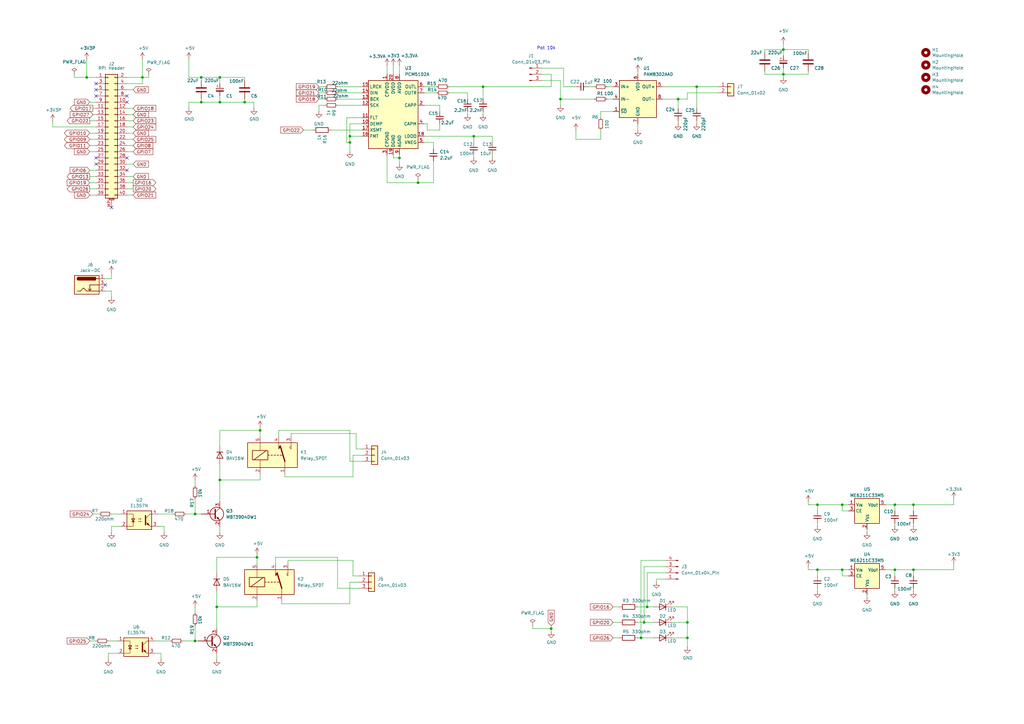
<source format=kicad_sch>
(kicad_sch
	(version 20231120)
	(generator "eeschema")
	(generator_version "8.0")
	(uuid "9554295f-11ef-4a0c-a391-c9547a05a578")
	(paper "A3")
	(title_block
		(title "ESGF_BANBEL")
		(date "2024-12-05")
		(rev "V1.01")
		(company "SweProj.com")
	)
	
	(junction
		(at 262.89 261.62)
		(diameter 0)
		(color 0 0 0 0)
		(uuid "04058832-13b6-47ff-9426-58d293a560ef")
	)
	(junction
		(at 143.51 58.42)
		(diameter 0)
		(color 0 0 0 0)
		(uuid "0b795930-dc22-4056-b647-2d8868d9c120")
	)
	(junction
		(at 345.44 207.01)
		(diameter 0)
		(color 0 0 0 0)
		(uuid "0fa1b07b-2a00-4a12-ba94-27959a3418eb")
	)
	(junction
		(at 281.94 261.62)
		(diameter 0)
		(color 0 0 0 0)
		(uuid "1cdfb139-e409-45cb-9179-8675e43b2a9e")
	)
	(junction
		(at 90.17 41.91)
		(diameter 0)
		(color 0 0 0 0)
		(uuid "288bc1ec-cdd9-4db0-8407-8ecf9939529b")
	)
	(junction
		(at 58.42 31.75)
		(diameter 0)
		(color 0 0 0 0)
		(uuid "290e1095-8d2e-442f-80e9-0f803f0377f2")
	)
	(junction
		(at 90.17 196.85)
		(diameter 0)
		(color 0 0 0 0)
		(uuid "3275b3af-d045-4c66-8909-ab4954a1b3c6")
	)
	(junction
		(at 198.12 35.56)
		(diameter 0)
		(color 0 0 0 0)
		(uuid "37ba28d6-fa1f-4134-9b1b-cdee6010796c")
	)
	(junction
		(at 88.9 248.92)
		(diameter 0)
		(color 0 0 0 0)
		(uuid "3c4c424f-32ea-490a-9c67-0c66327fcc4d")
	)
	(junction
		(at 105.41 228.6)
		(diameter 0)
		(color 0 0 0 0)
		(uuid "3dd05fea-782e-42ad-8a7a-4c44bbdf45cb")
	)
	(junction
		(at 374.65 233.68)
		(diameter 0)
		(color 0 0 0 0)
		(uuid "3e3325c3-5cee-4093-b223-0a79b83e9ff3")
	)
	(junction
		(at 285.75 35.56)
		(diameter 0)
		(color 0 0 0 0)
		(uuid "3eda4361-6014-452a-9583-0c22cab7a2f3")
	)
	(junction
		(at 278.13 40.64)
		(diameter 0)
		(color 0 0 0 0)
		(uuid "4ef77cb8-5416-4040-9f0b-c57f5794d834")
	)
	(junction
		(at 194.31 55.88)
		(diameter 0)
		(color 0 0 0 0)
		(uuid "508d66b6-3dc5-4cc0-b240-cb8c8cb94a0c")
	)
	(junction
		(at 143.51 55.88)
		(diameter 0)
		(color 0 0 0 0)
		(uuid "5529cf5e-f159-4678-8d83-43b4c836b108")
	)
	(junction
		(at 171.45 74.93)
		(diameter 0)
		(color 0 0 0 0)
		(uuid "60011f0f-7c05-43ba-98a5-87495cb6bf5f")
	)
	(junction
		(at 281.94 255.27)
		(diameter 0)
		(color 0 0 0 0)
		(uuid "616945a1-3db1-44d2-a191-9a322055b196")
	)
	(junction
		(at 367.03 233.68)
		(diameter 0)
		(color 0 0 0 0)
		(uuid "6a1fc9a3-ca39-49fa-a566-45594c456405")
	)
	(junction
		(at 80.01 262.89)
		(diameter 0)
		(color 0 0 0 0)
		(uuid "6a84aa71-bacc-442a-97a2-1182a518f749")
	)
	(junction
		(at 226.06 257.81)
		(diameter 0)
		(color 0 0 0 0)
		(uuid "77d6856c-62fd-469d-982b-afdd46674189")
	)
	(junction
		(at 90.17 31.75)
		(diameter 0)
		(color 0 0 0 0)
		(uuid "7a34921e-dc5c-4711-a248-7a3844f10efa")
	)
	(junction
		(at 163.83 64.77)
		(diameter 0)
		(color 0 0 0 0)
		(uuid "7dc6f40e-0ee3-4f88-8314-c1c29dbd5e87")
	)
	(junction
		(at 229.87 40.64)
		(diameter 0)
		(color 0 0 0 0)
		(uuid "7ed5fd32-98aa-437a-976d-dcd265b7afbd")
	)
	(junction
		(at 35.56 31.75)
		(diameter 0)
		(color 0 0 0 0)
		(uuid "7f2436c8-2eeb-4046-9915-d62e6aa41b9f")
	)
	(junction
		(at 106.68 176.53)
		(diameter 0)
		(color 0 0 0 0)
		(uuid "870e027c-5daf-4268-bfc2-e06825038c99")
	)
	(junction
		(at 264.16 255.27)
		(diameter 0)
		(color 0 0 0 0)
		(uuid "9dacce5e-8762-49d7-bbd4-a271c343f4ce")
	)
	(junction
		(at 335.28 233.68)
		(diameter 0)
		(color 0 0 0 0)
		(uuid "a265b5e4-edef-414d-a724-6cf3ef69893a")
	)
	(junction
		(at 321.31 20.32)
		(diameter 0)
		(color 0 0 0 0)
		(uuid "a3f399f2-cd8f-43aa-ae03-610e50b953e7")
	)
	(junction
		(at 82.55 31.75)
		(diameter 0)
		(color 0 0 0 0)
		(uuid "a9cf12cd-52bf-4f9f-94ce-972c42ce712b")
	)
	(junction
		(at 82.55 41.91)
		(diameter 0)
		(color 0 0 0 0)
		(uuid "ab2ac506-3b0f-4237-a82e-1953b49aff1c")
	)
	(junction
		(at 100.33 41.91)
		(diameter 0)
		(color 0 0 0 0)
		(uuid "b10ea619-9cb7-4e4d-9957-f034d9037395")
	)
	(junction
		(at 321.31 30.48)
		(diameter 0)
		(color 0 0 0 0)
		(uuid "cfaeb25a-0f8e-4caa-8e59-7a1770355fac")
	)
	(junction
		(at 335.28 207.01)
		(diameter 0)
		(color 0 0 0 0)
		(uuid "d0eadb93-6dc1-4a28-87e6-ab22784b2f9c")
	)
	(junction
		(at 345.44 233.68)
		(diameter 0)
		(color 0 0 0 0)
		(uuid "d6a4f90f-1981-4105-b300-37c9c0fa8868")
	)
	(junction
		(at 265.43 248.92)
		(diameter 0)
		(color 0 0 0 0)
		(uuid "e48b2c25-c09a-4d32-b13a-3fb345e51f96")
	)
	(junction
		(at 80.01 210.82)
		(diameter 0)
		(color 0 0 0 0)
		(uuid "e93fd15e-576b-4acf-85bc-36edd26e059d")
	)
	(junction
		(at 374.65 207.01)
		(diameter 0)
		(color 0 0 0 0)
		(uuid "ef4b97cc-95e4-4056-baca-376e6e204f35")
	)
	(junction
		(at 367.03 207.01)
		(diameter 0)
		(color 0 0 0 0)
		(uuid "f04576b9-cec8-44b9-b72a-6827ee03dff9")
	)
	(no_connect
		(at 52.07 41.91)
		(uuid "042e9436-7064-4e3b-a513-45e1e65bad2e")
	)
	(no_connect
		(at 52.07 39.37)
		(uuid "1b2ab878-5ea5-4ece-aa89-c07f3823ff0a")
	)
	(no_connect
		(at 39.37 34.29)
		(uuid "1fdea2f0-c797-44cb-b7cb-c9263113ad88")
	)
	(no_connect
		(at 39.37 39.37)
		(uuid "20dd9c7f-9773-486d-b049-9e7672212a48")
	)
	(no_connect
		(at 39.37 67.31)
		(uuid "540c99fd-24c4-4aa1-aa7f-2476b9f17a76")
	)
	(no_connect
		(at 52.07 64.77)
		(uuid "5c3f3d81-cdaa-44d1-b274-062dc156080b")
	)
	(no_connect
		(at 52.07 69.85)
		(uuid "67112b10-3658-4b98-929f-a1198df4b725")
	)
	(no_connect
		(at 39.37 64.77)
		(uuid "d0859326-b9b0-4c3e-89aa-40a190f15f81")
	)
	(no_connect
		(at 39.37 36.83)
		(uuid "dd75fc0c-0e10-44a0-bad2-183804387f44")
	)
	(no_connect
		(at 45.72 85.09)
		(uuid "f5448ad3-df4e-4f91-acf3-388597787b44")
	)
	(no_connect
		(at 43.18 116.84)
		(uuid "f72bba1c-49c6-4bf9-8479-4828d4b73e75")
	)
	(wire
		(pts
			(xy 194.31 55.88) (xy 201.93 55.88)
		)
		(stroke
			(width 0)
			(type default)
		)
		(uuid "001e51f1-a4ed-40ef-ad4e-7da200e2136b")
	)
	(wire
		(pts
			(xy 105.41 227.33) (xy 105.41 228.6)
		)
		(stroke
			(width 0)
			(type default)
		)
		(uuid "00ca800a-c9e0-48d3-88e4-f2411c5c12b1")
	)
	(wire
		(pts
			(xy 144.78 186.69) (xy 144.78 195.58)
		)
		(stroke
			(width 0)
			(type default)
		)
		(uuid "00f8e191-7104-4ee8-a5e2-256be40b0bda")
	)
	(wire
		(pts
			(xy 119.38 179.07) (xy 119.38 177.8)
		)
		(stroke
			(width 0)
			(type default)
		)
		(uuid "02451390-5093-489c-9452-bffe6b48e33d")
	)
	(wire
		(pts
			(xy 335.28 209.55) (xy 335.28 207.01)
		)
		(stroke
			(width 0)
			(type default)
		)
		(uuid "02865264-f98e-4324-a59c-3c58a6bfc6ec")
	)
	(wire
		(pts
			(xy 90.17 196.85) (xy 106.68 196.85)
		)
		(stroke
			(width 0)
			(type default)
		)
		(uuid "0363fd00-e9fd-43dc-9aba-80a55554ea69")
	)
	(wire
		(pts
			(xy 45.72 210.82) (xy 49.53 210.82)
		)
		(stroke
			(width 0)
			(type default)
		)
		(uuid "038840ea-8b07-4e33-b832-2db97da7b2e5")
	)
	(wire
		(pts
			(xy 142.24 58.42) (xy 143.51 58.42)
		)
		(stroke
			(width 0)
			(type default)
		)
		(uuid "038fded2-b709-499c-ba48-e03f5f41a1f9")
	)
	(wire
		(pts
			(xy 264.16 255.27) (xy 264.16 232.41)
		)
		(stroke
			(width 0)
			(type default)
		)
		(uuid "04b59a57-1b7d-4cc1-aa79-8c8c86a22ab8")
	)
	(wire
		(pts
			(xy 226.06 257.81) (xy 226.06 259.08)
		)
		(stroke
			(width 0)
			(type default)
		)
		(uuid "04ed096d-e34b-4fac-9e9c-890af787b3ca")
	)
	(wire
		(pts
			(xy 231.14 27.94) (xy 222.25 27.94)
		)
		(stroke
			(width 0)
			(type default)
		)
		(uuid "06ee3cdb-03b6-446f-9dc6-f3dad957bb14")
	)
	(wire
		(pts
			(xy 52.07 59.69) (xy 54.61 59.69)
		)
		(stroke
			(width 0)
			(type default)
		)
		(uuid "08369142-b856-4e01-a554-e7dddaf0f7ac")
	)
	(wire
		(pts
			(xy 269.24 238.76) (xy 269.24 237.49)
		)
		(stroke
			(width 0)
			(type default)
		)
		(uuid "08afab01-e37f-4cfc-9ff6-f81b053514da")
	)
	(wire
		(pts
			(xy 335.28 207.01) (xy 345.44 207.01)
		)
		(stroke
			(width 0)
			(type default)
		)
		(uuid "0a02b8c2-5ce2-4688-b6a2-c4509636dd2b")
	)
	(wire
		(pts
			(xy 335.28 241.3) (xy 335.28 242.57)
		)
		(stroke
			(width 0)
			(type default)
		)
		(uuid "0b261709-6b3b-403d-8098-00abcc735df1")
	)
	(wire
		(pts
			(xy 36.83 62.23) (xy 39.37 62.23)
		)
		(stroke
			(width 0)
			(type default)
		)
		(uuid "0b60e137-286c-4d9c-8194-93b68afbc4e1")
	)
	(wire
		(pts
			(xy 355.6 243.84) (xy 355.6 245.11)
		)
		(stroke
			(width 0)
			(type default)
		)
		(uuid "0c8b709c-4c0e-47b6-9ca8-dfa60a4a11c2")
	)
	(wire
		(pts
			(xy 321.31 20.32) (xy 321.31 22.86)
		)
		(stroke
			(width 0)
			(type default)
		)
		(uuid "0d1906d2-cff9-4354-b6b7-4eaffb2ef72d")
	)
	(wire
		(pts
			(xy 363.22 233.68) (xy 367.03 233.68)
		)
		(stroke
			(width 0)
			(type default)
		)
		(uuid "0e131992-2358-436a-a3a3-353b912eeebd")
	)
	(wire
		(pts
			(xy 173.99 35.56) (xy 179.07 35.56)
		)
		(stroke
			(width 0)
			(type default)
		)
		(uuid "11669942-09c4-4f1b-b326-d1f69e62134e")
	)
	(wire
		(pts
			(xy 36.83 54.61) (xy 39.37 54.61)
		)
		(stroke
			(width 0)
			(type default)
		)
		(uuid "1568a092-3886-473a-b0be-7d01e496a552")
	)
	(wire
		(pts
			(xy 161.29 26.67) (xy 161.29 30.48)
		)
		(stroke
			(width 0)
			(type default)
		)
		(uuid "1571dfd2-f17b-4599-9594-8b924e113040")
	)
	(wire
		(pts
			(xy 321.31 27.94) (xy 321.31 30.48)
		)
		(stroke
			(width 0)
			(type default)
		)
		(uuid "16c3306b-8954-4af7-b64f-196d5c27d72a")
	)
	(wire
		(pts
			(xy 106.68 175.26) (xy 106.68 176.53)
		)
		(stroke
			(width 0)
			(type default)
		)
		(uuid "19a5b147-7229-4252-aaf6-4dea39fceea2")
	)
	(wire
		(pts
			(xy 82.55 41.91) (xy 77.47 41.91)
		)
		(stroke
			(width 0)
			(type default)
		)
		(uuid "1abb8fb2-5f09-47d4-847c-3a4d701a7e6a")
	)
	(wire
		(pts
			(xy 138.43 38.1) (xy 148.59 38.1)
		)
		(stroke
			(width 0)
			(type default)
		)
		(uuid "1bafdfcc-6d82-41e0-b63a-82bdcec02e29")
	)
	(wire
		(pts
			(xy 90.17 176.53) (xy 106.68 176.53)
		)
		(stroke
			(width 0)
			(type default)
		)
		(uuid "1ce61a7f-658c-4144-954a-c24514b1d901")
	)
	(wire
		(pts
			(xy 146.05 184.15) (xy 148.59 184.15)
		)
		(stroke
			(width 0)
			(type default)
		)
		(uuid "1f691c1c-b32a-4749-8795-8508ef08e5a8")
	)
	(wire
		(pts
			(xy 113.03 228.6) (xy 138.43 228.6)
		)
		(stroke
			(width 0)
			(type default)
		)
		(uuid "20a149e4-237a-4108-8970-0c6536522e91")
	)
	(wire
		(pts
			(xy 116.84 194.31) (xy 116.84 195.58)
		)
		(stroke
			(width 0)
			(type default)
		)
		(uuid "22740182-dcc0-432d-b279-01b60fe9f102")
	)
	(wire
		(pts
			(xy 143.51 55.88) (xy 143.51 58.42)
		)
		(stroke
			(width 0)
			(type default)
		)
		(uuid "22b060fd-db90-4a85-915d-08e696ad2192")
	)
	(wire
		(pts
			(xy 106.68 176.53) (xy 106.68 179.07)
		)
		(stroke
			(width 0)
			(type default)
		)
		(uuid "22b7b11d-7136-4380-8b71-9858182438c0")
	)
	(wire
		(pts
			(xy 251.46 261.62) (xy 254 261.62)
		)
		(stroke
			(width 0)
			(type default)
		)
		(uuid "244ce631-9b17-4c5b-9ccb-23fae942f831")
	)
	(wire
		(pts
			(xy 45.72 215.9) (xy 45.72 218.44)
		)
		(stroke
			(width 0)
			(type default)
		)
		(uuid "247aa5e8-7898-450e-97fd-2b8629e89de6")
	)
	(wire
		(pts
			(xy 52.07 57.15) (xy 54.61 57.15)
		)
		(stroke
			(width 0)
			(type default)
		)
		(uuid "26138a2d-7901-4148-8618-b673e982bc63")
	)
	(wire
		(pts
			(xy 90.17 196.85) (xy 90.17 205.74)
		)
		(stroke
			(width 0)
			(type default)
		)
		(uuid "2669135e-bbc1-4abb-a61f-ae6d32c88edd")
	)
	(wire
		(pts
			(xy 275.59 248.92) (xy 281.94 248.92)
		)
		(stroke
			(width 0)
			(type default)
		)
		(uuid "26dc2eb6-3e7e-4b9e-b101-108b5ed9a27f")
	)
	(wire
		(pts
			(xy 80.01 210.82) (xy 82.55 210.82)
		)
		(stroke
			(width 0)
			(type default)
		)
		(uuid "27a8d9c5-6290-4b5c-b6b2-5675c93bdae7")
	)
	(wire
		(pts
			(xy 77.47 31.75) (xy 82.55 31.75)
		)
		(stroke
			(width 0)
			(type default)
		)
		(uuid "2890d301-5051-4606-bfd6-79541416c50e")
	)
	(wire
		(pts
			(xy 281.94 40.64) (xy 281.94 38.1)
		)
		(stroke
			(width 0)
			(type default)
		)
		(uuid "28c822b5-da1d-4f00-9960-3465d1140b5f")
	)
	(wire
		(pts
			(xy 374.65 214.63) (xy 374.65 215.9)
		)
		(stroke
			(width 0)
			(type default)
		)
		(uuid "2b7304b8-adf4-44a3-99d4-e560d3e388c3")
	)
	(wire
		(pts
			(xy 66.04 267.97) (xy 66.04 270.51)
		)
		(stroke
			(width 0)
			(type default)
		)
		(uuid "2ba12cd8-1e67-472b-b87c-696d756a1b74")
	)
	(wire
		(pts
			(xy 36.83 59.69) (xy 39.37 59.69)
		)
		(stroke
			(width 0)
			(type default)
		)
		(uuid "2bd6527e-f57b-4d17-b787-3512aed42302")
	)
	(wire
		(pts
			(xy 335.28 214.63) (xy 335.28 215.9)
		)
		(stroke
			(width 0)
			(type default)
		)
		(uuid "2db652d7-ed95-4470-9ead-ea72aa34ef06")
	)
	(wire
		(pts
			(xy 43.18 119.38) (xy 45.72 119.38)
		)
		(stroke
			(width 0)
			(type default)
		)
		(uuid "2f471706-7edb-46c8-9d20-3c5eada9c2b0")
	)
	(wire
		(pts
			(xy 113.03 231.14) (xy 113.03 228.6)
		)
		(stroke
			(width 0)
			(type default)
		)
		(uuid "2f707f7c-af2f-4155-8f88-37cbd53e93f1")
	)
	(wire
		(pts
			(xy 52.07 49.53) (xy 54.61 49.53)
		)
		(stroke
			(width 0)
			(type default)
		)
		(uuid "2f9537a2-ca83-4d2c-9484-5e3bd9a5f535")
	)
	(wire
		(pts
			(xy 347.98 233.68) (xy 345.44 233.68)
		)
		(stroke
			(width 0)
			(type default)
		)
		(uuid "31c4f56a-4406-4950-a1e4-12fc32bb580e")
	)
	(wire
		(pts
			(xy 367.03 207.01) (xy 367.03 209.55)
		)
		(stroke
			(width 0)
			(type default)
		)
		(uuid "327ffc82-2fca-4d66-bba4-0db65927c97e")
	)
	(wire
		(pts
			(xy 374.65 233.68) (xy 374.65 236.22)
		)
		(stroke
			(width 0)
			(type default)
		)
		(uuid "36d6b94f-a6b9-4423-9c31-8769d39ff7de")
	)
	(wire
		(pts
			(xy 281.94 248.92) (xy 281.94 255.27)
		)
		(stroke
			(width 0)
			(type default)
		)
		(uuid "376a6c37-19cc-4810-9eb3-4f5002c10e13")
	)
	(wire
		(pts
			(xy 321.31 30.48) (xy 321.31 31.75)
		)
		(stroke
			(width 0)
			(type default)
		)
		(uuid "37d5a76c-c651-4ac8-a5e3-46c2c2bfa8a0")
	)
	(wire
		(pts
			(xy 76.2 210.82) (xy 80.01 210.82)
		)
		(stroke
			(width 0)
			(type default)
		)
		(uuid "38ec4d88-c26d-49d0-afe9-4eda3d74d1da")
	)
	(wire
		(pts
			(xy 38.1 210.82) (xy 40.64 210.82)
		)
		(stroke
			(width 0)
			(type default)
		)
		(uuid "39bade24-2f39-4e82-9ecf-3c958025b0c5")
	)
	(wire
		(pts
			(xy 90.17 190.5) (xy 90.17 196.85)
		)
		(stroke
			(width 0)
			(type default)
		)
		(uuid "3a9b7cb6-6d21-4f80-be27-99b6784813b8")
	)
	(wire
		(pts
			(xy 163.83 64.77) (xy 163.83 67.31)
		)
		(stroke
			(width 0)
			(type default)
		)
		(uuid "3abf3b66-aee6-4455-9760-11ad20149b3e")
	)
	(wire
		(pts
			(xy 173.99 55.88) (xy 194.31 55.88)
		)
		(stroke
			(width 0)
			(type default)
		)
		(uuid "3c950c12-65da-4807-a814-1aa582c942cb")
	)
	(wire
		(pts
			(xy 229.87 40.64) (xy 229.87 43.18)
		)
		(stroke
			(width 0)
			(type default)
		)
		(uuid "3d9ceb4e-ba83-40a2-b701-dfe65853883e")
	)
	(wire
		(pts
			(xy 198.12 45.72) (xy 198.12 46.99)
		)
		(stroke
			(width 0)
			(type default)
		)
		(uuid "3dc01ae2-42ab-48fe-8bea-683dbd1078b1")
	)
	(wire
		(pts
			(xy 90.17 31.75) (xy 100.33 31.75)
		)
		(stroke
			(width 0)
			(type default)
		)
		(uuid "3ff5922d-e067-4dba-98f0-330c602e180c")
	)
	(wire
		(pts
			(xy 52.07 74.93) (xy 54.61 74.93)
		)
		(stroke
			(width 0)
			(type default)
		)
		(uuid "40de4661-ca8a-4868-91f3-f054346dd00d")
	)
	(wire
		(pts
			(xy 77.47 41.91) (xy 77.47 44.45)
		)
		(stroke
			(width 0)
			(type default)
		)
		(uuid "40f07543-9760-4d98-b987-1ac12de579d8")
	)
	(wire
		(pts
			(xy 36.83 49.53) (xy 39.37 49.53)
		)
		(stroke
			(width 0)
			(type default)
		)
		(uuid "43ba5ffb-3572-4faa-b705-adc0a413c08a")
	)
	(wire
		(pts
			(xy 38.1 46.99) (xy 39.37 46.99)
		)
		(stroke
			(width 0)
			(type default)
		)
		(uuid "43dc7f93-e017-4eca-bcde-bb1a3bc2fc0b")
	)
	(wire
		(pts
			(xy 367.03 207.01) (xy 374.65 207.01)
		)
		(stroke
			(width 0)
			(type default)
		)
		(uuid "44299c7e-afad-4db8-befb-9be61a274242")
	)
	(wire
		(pts
			(xy 321.31 30.48) (xy 331.47 30.48)
		)
		(stroke
			(width 0)
			(type default)
		)
		(uuid "447ae51c-0cb6-4dc6-a618-6e3414237490")
	)
	(wire
		(pts
			(xy 148.59 48.26) (xy 142.24 48.26)
		)
		(stroke
			(width 0)
			(type default)
		)
		(uuid "45207781-1a19-4640-b335-f968e225d293")
	)
	(wire
		(pts
			(xy 115.57 247.65) (xy 143.51 247.65)
		)
		(stroke
			(width 0)
			(type default)
		)
		(uuid "45febf63-c2cf-4c52-a12d-db81fdfc8349")
	)
	(wire
		(pts
			(xy 374.65 207.01) (xy 391.16 207.01)
		)
		(stroke
			(width 0)
			(type default)
		)
		(uuid "46440bb1-7c9c-4635-b4d5-90d36f31172f")
	)
	(wire
		(pts
			(xy 201.93 63.5) (xy 201.93 64.77)
		)
		(stroke
			(width 0)
			(type default)
		)
		(uuid "473e4fba-bcc8-4540-8ea9-84e5bb3d5cdc")
	)
	(wire
		(pts
			(xy 347.98 207.01) (xy 345.44 207.01)
		)
		(stroke
			(width 0)
			(type default)
		)
		(uuid "47be9302-a903-4a0c-a2ff-d2fe54b4f5d8")
	)
	(wire
		(pts
			(xy 158.75 26.67) (xy 158.75 30.48)
		)
		(stroke
			(width 0)
			(type default)
		)
		(uuid "47c849ae-b4a4-4036-8f8a-927483c469ec")
	)
	(wire
		(pts
			(xy 143.51 238.76) (xy 147.32 238.76)
		)
		(stroke
			(width 0)
			(type default)
		)
		(uuid "4820413f-88d2-4c8a-9cad-ebe87b37e3f2")
	)
	(wire
		(pts
			(xy 21.59 52.07) (xy 39.37 52.07)
		)
		(stroke
			(width 0)
			(type default)
		)
		(uuid "494222a0-e4f5-4dc0-8c6b-ab202e6f7c7b")
	)
	(wire
		(pts
			(xy 194.31 63.5) (xy 194.31 64.77)
		)
		(stroke
			(width 0)
			(type default)
		)
		(uuid "4a5374bc-1aef-40c7-971a-ceb151a831ab")
	)
	(wire
		(pts
			(xy 246.38 45.72) (xy 251.46 45.72)
		)
		(stroke
			(width 0)
			(type default)
		)
		(uuid "4c01bfee-7873-44b5-944d-c339704d19af")
	)
	(wire
		(pts
			(xy 198.12 35.56) (xy 198.12 40.64)
		)
		(stroke
			(width 0)
			(type default)
		)
		(uuid "4c3d77f3-c962-4b62-8e34-e9b58cf47dae")
	)
	(wire
		(pts
			(xy 90.17 182.88) (xy 90.17 176.53)
		)
		(stroke
			(width 0)
			(type default)
		)
		(uuid "4c4a42e5-a8ad-4aa4-a23e-321e1e640407")
	)
	(wire
		(pts
			(xy 88.9 234.95) (xy 88.9 228.6)
		)
		(stroke
			(width 0)
			(type default)
		)
		(uuid "4e28a680-5202-4749-bc3e-4d7289296a7e")
	)
	(wire
		(pts
			(xy 138.43 40.64) (xy 148.59 40.64)
		)
		(stroke
			(width 0)
			(type default)
		)
		(uuid "50e600e7-cf49-466e-bbc3-c86ba2561031")
	)
	(wire
		(pts
			(xy 80.01 256.54) (xy 80.01 262.89)
		)
		(stroke
			(width 0)
			(type default)
		)
		(uuid "5104ab96-6def-4bce-b9f2-875219f85e10")
	)
	(wire
		(pts
			(xy 175.26 50.8) (xy 175.26 53.34)
		)
		(stroke
			(width 0)
			(type default)
		)
		(uuid "510d08fd-7e3f-4471-be10-fe5aec20de02")
	)
	(wire
		(pts
			(xy 36.83 69.85) (xy 39.37 69.85)
		)
		(stroke
			(width 0)
			(type default)
		)
		(uuid "524bdf6b-4b90-4672-93b5-bedf285b2746")
	)
	(wire
		(pts
			(xy 271.78 40.64) (xy 278.13 40.64)
		)
		(stroke
			(width 0)
			(type default)
		)
		(uuid "52fbcb69-1182-4720-887f-3e1f0132c20b")
	)
	(wire
		(pts
			(xy 36.83 80.01) (xy 39.37 80.01)
		)
		(stroke
			(width 0)
			(type default)
		)
		(uuid "536cce8a-4e32-493b-a9b8-0f42a031788c")
	)
	(wire
		(pts
			(xy 265.43 248.92) (xy 265.43 234.95)
		)
		(stroke
			(width 0)
			(type default)
		)
		(uuid "537389b2-0506-4f9f-bfd8-0d341bf84b7d")
	)
	(wire
		(pts
			(xy 30.48 30.48) (xy 30.48 31.75)
		)
		(stroke
			(width 0)
			(type default)
		)
		(uuid "538dbc69-8313-421c-8bb6-2195e8bfd404")
	)
	(wire
		(pts
			(xy 143.51 55.88) (xy 148.59 55.88)
		)
		(stroke
			(width 0)
			(type default)
		)
		(uuid "5443e757-22a3-4068-85cb-58edea1ab4c8")
	)
	(wire
		(pts
			(xy 88.9 248.92) (xy 105.41 248.92)
		)
		(stroke
			(width 0)
			(type default)
		)
		(uuid "55bb4569-4797-4b78-b9a3-7fa8bd3a7425")
	)
	(wire
		(pts
			(xy 163.83 26.67) (xy 163.83 30.48)
		)
		(stroke
			(width 0)
			(type default)
		)
		(uuid "55e222ad-3f0d-41fd-a832-4409ef4559d1")
	)
	(wire
		(pts
			(xy 278.13 40.64) (xy 278.13 44.45)
		)
		(stroke
			(width 0)
			(type default)
		)
		(uuid "56b79241-f996-457b-864a-69f5e6028291")
	)
	(wire
		(pts
			(xy 229.87 40.64) (xy 243.84 40.64)
		)
		(stroke
			(width 0)
			(type default)
		)
		(uuid "56e44397-0232-41e8-b531-b08c1e66902b")
	)
	(wire
		(pts
			(xy 281.94 261.62) (xy 281.94 265.43)
		)
		(stroke
			(width 0)
			(type default)
		)
		(uuid "56f0645a-5c85-4935-b7bc-29a9fc4953a2")
	)
	(wire
		(pts
			(xy 374.65 207.01) (xy 374.65 209.55)
		)
		(stroke
			(width 0)
			(type default)
		)
		(uuid "59631e52-7a35-4465-9f01-248b1f49fe0f")
	)
	(wire
		(pts
			(xy 52.07 44.45) (xy 54.61 44.45)
		)
		(stroke
			(width 0)
			(type default)
		)
		(uuid "5a7b6d5b-d022-4b66-a6ba-3406a5ca43bb")
	)
	(wire
		(pts
			(xy 82.55 41.91) (xy 90.17 41.91)
		)
		(stroke
			(width 0)
			(type default)
		)
		(uuid "5a9741e2-1c40-4b93-8897-1eba8fca8a7e")
	)
	(wire
		(pts
			(xy 285.75 49.53) (xy 285.75 50.8)
		)
		(stroke
			(width 0)
			(type default)
		)
		(uuid "5a9d411d-d33e-4239-9ee0-7d955db2222e")
	)
	(wire
		(pts
			(xy 80.01 262.89) (xy 81.28 262.89)
		)
		(stroke
			(width 0)
			(type default)
		)
		(uuid "5a9ebcc9-7344-49c6-8688-715228a482a6")
	)
	(wire
		(pts
			(xy 130.81 43.18) (xy 133.35 43.18)
		)
		(stroke
			(width 0)
			(type default)
		)
		(uuid "5cb299b0-a673-4ad9-9962-232e280263e8")
	)
	(wire
		(pts
			(xy 44.45 267.97) (xy 48.26 267.97)
		)
		(stroke
			(width 0)
			(type default)
		)
		(uuid "5e8c70ab-5905-4d20-a393-8cf6c0230e04")
	)
	(wire
		(pts
			(xy 226.06 256.54) (xy 226.06 257.81)
		)
		(stroke
			(width 0)
			(type default)
		)
		(uuid "601b7fc4-70bc-4670-9233-0ba028cd4be5")
	)
	(wire
		(pts
			(xy 119.38 177.8) (xy 146.05 177.8)
		)
		(stroke
			(width 0)
			(type default)
		)
		(uuid "61368779-0875-45d9-aa60-b377e77d3ee4")
	)
	(wire
		(pts
			(xy 171.45 73.66) (xy 171.45 74.93)
		)
		(stroke
			(width 0)
			(type default)
		)
		(uuid "613e1426-7890-4d1f-84d0-46dc28329648")
	)
	(wire
		(pts
			(xy 248.92 35.56) (xy 251.46 35.56)
		)
		(stroke
			(width 0)
			(type default)
		)
		(uuid "615dd50e-2bb7-4a6a-b528-53c398d932e8")
	)
	(wire
		(pts
			(xy 198.12 35.56) (xy 226.06 35.56)
		)
		(stroke
			(width 0)
			(type default)
		)
		(uuid "61c16e04-91fc-44b8-bf07-6b94e5bedf51")
	)
	(wire
		(pts
			(xy 158.75 63.5) (xy 158.75 74.93)
		)
		(stroke
			(width 0)
			(type default)
		)
		(uuid "624eb704-f032-4486-9769-67c7b9a5d04e")
	)
	(wire
		(pts
			(xy 138.43 43.18) (xy 148.59 43.18)
		)
		(stroke
			(width 0)
			(type default)
		)
		(uuid "626d151a-a436-43f6-a503-c42702132d88")
	)
	(wire
		(pts
			(xy 313.69 20.32) (xy 321.31 20.32)
		)
		(stroke
			(width 0)
			(type default)
		)
		(uuid "62e66c44-f6ed-4893-a5fa-c83c3cd34c3f")
	)
	(wire
		(pts
			(xy 52.07 62.23) (xy 54.61 62.23)
		)
		(stroke
			(width 0)
			(type default)
		)
		(uuid "64bd7b40-ce93-40c5-9d8c-01ccb42e37b0")
	)
	(wire
		(pts
			(xy 177.8 58.42) (xy 177.8 60.96)
		)
		(stroke
			(width 0)
			(type default)
		)
		(uuid "65fb471d-bee7-4f02-a793-24261ac190a7")
	)
	(wire
		(pts
			(xy 143.51 50.8) (xy 148.59 50.8)
		)
		(stroke
			(width 0)
			(type default)
		)
		(uuid "664b555b-2f23-478a-b8ca-fb77e5f365c0")
	)
	(wire
		(pts
			(xy 45.72 215.9) (xy 49.53 215.9)
		)
		(stroke
			(width 0)
			(type default)
		)
		(uuid "68163138-7ca0-4567-80ac-082e3489e807")
	)
	(wire
		(pts
			(xy 143.51 50.8) (xy 143.51 55.88)
		)
		(stroke
			(width 0)
			(type default)
		)
		(uuid "6984d8de-b285-422c-b22a-a4481d84411c")
	)
	(wire
		(pts
			(xy 331.47 20.32) (xy 331.47 21.59)
		)
		(stroke
			(width 0)
			(type default)
		)
		(uuid "6a1c69cc-c3ba-4cf8-8e6f-580342205b99")
	)
	(wire
		(pts
			(xy 184.15 35.56) (xy 198.12 35.56)
		)
		(stroke
			(width 0)
			(type default)
		)
		(uuid "6a83127e-253b-42e5-9104-206c8ee49802")
	)
	(wire
		(pts
			(xy 142.24 48.26) (xy 142.24 58.42)
		)
		(stroke
			(width 0)
			(type default)
		)
		(uuid "6c237182-ceea-4b62-8b07-e609dd7c4953")
	)
	(wire
		(pts
			(xy 100.33 31.75) (xy 100.33 33.02)
		)
		(stroke
			(width 0)
			(type default)
		)
		(uuid "6eadfdce-cda7-4855-8cbf-637e543953fa")
	)
	(wire
		(pts
			(xy 118.11 231.14) (xy 118.11 229.87)
		)
		(stroke
			(width 0)
			(type default)
		)
		(uuid "6f2348c5-e2da-40d2-80b5-0037452ff2e5")
	)
	(wire
		(pts
			(xy 177.8 66.04) (xy 177.8 74.93)
		)
		(stroke
			(width 0)
			(type default)
		)
		(uuid "72ba4529-d5d7-4677-a6ae-1a3e1a9304d6")
	)
	(wire
		(pts
			(xy 82.55 31.75) (xy 90.17 31.75)
		)
		(stroke
			(width 0)
			(type default)
		)
		(uuid "7388e7e1-754b-4627-ab67-9eab332cfdc3")
	)
	(wire
		(pts
			(xy 36.83 41.91) (xy 39.37 41.91)
		)
		(stroke
			(width 0)
			(type default)
		)
		(uuid "73e082f9-f03e-4f18-adbe-c18cab25293a")
	)
	(wire
		(pts
			(xy 265.43 234.95) (xy 273.05 234.95)
		)
		(stroke
			(width 0)
			(type default)
		)
		(uuid "74a9ddef-7fdd-41e2-b9ca-6be8909f8c24")
	)
	(wire
		(pts
			(xy 130.81 38.1) (xy 133.35 38.1)
		)
		(stroke
			(width 0)
			(type default)
		)
		(uuid "74dddbed-ba3a-41c9-89df-0d88e54f9ec0")
	)
	(wire
		(pts
			(xy 281.94 255.27) (xy 281.94 261.62)
		)
		(stroke
			(width 0)
			(type default)
		)
		(uuid "76c8067c-ba6b-4b8d-9906-28d27b08e2d2")
	)
	(wire
		(pts
			(xy 191.77 38.1) (xy 191.77 40.64)
		)
		(stroke
			(width 0)
			(type default)
		)
		(uuid "76d05352-2b62-4ce6-af6c-69564abd98bb")
	)
	(wire
		(pts
			(xy 45.72 114.3) (xy 45.72 111.76)
		)
		(stroke
			(width 0)
			(type default)
		)
		(uuid "785da9c1-5437-491c-9a3c-8f8c90dd41ae")
	)
	(wire
		(pts
			(xy 64.77 215.9) (xy 67.31 215.9)
		)
		(stroke
			(width 0)
			(type default)
		)
		(uuid "7881d8d9-3c33-4032-b194-a7666b7eb051")
	)
	(wire
		(pts
			(xy 63.5 267.97) (xy 66.04 267.97)
		)
		(stroke
			(width 0)
			(type default)
		)
		(uuid "78fe119a-dc1c-4c22-baa7-9b90e667d77b")
	)
	(wire
		(pts
			(xy 90.17 215.9) (xy 90.17 218.44)
		)
		(stroke
			(width 0)
			(type default)
		)
		(uuid "79f55a52-58b4-41eb-a788-4260c62462cd")
	)
	(wire
		(pts
			(xy 201.93 55.88) (xy 201.93 58.42)
		)
		(stroke
			(width 0)
			(type default)
		)
		(uuid "7ad46c6c-70e0-4bdb-84b7-f567e341e10e")
	)
	(wire
		(pts
			(xy 271.78 35.56) (xy 285.75 35.56)
		)
		(stroke
			(width 0)
			(type default)
		)
		(uuid "7ae6bc9d-7c25-41df-9b59-b0b6630ec1ac")
	)
	(wire
		(pts
			(xy 158.75 74.93) (xy 171.45 74.93)
		)
		(stroke
			(width 0)
			(type default)
		)
		(uuid "7b25b608-714c-42b8-9ef8-4d18c7e5f936")
	)
	(wire
		(pts
			(xy 118.11 229.87) (xy 144.78 229.87)
		)
		(stroke
			(width 0)
			(type default)
		)
		(uuid "7c06d571-6b06-4deb-9ce5-10067f3ac3d5")
	)
	(wire
		(pts
			(xy 226.06 30.48) (xy 222.25 30.48)
		)
		(stroke
			(width 0)
			(type default)
		)
		(uuid "7eb06337-0b31-4b49-98a2-3728b703863b")
	)
	(wire
		(pts
			(xy 331.47 232.41) (xy 331.47 233.68)
		)
		(stroke
			(width 0)
			(type default)
		)
		(uuid "80626b3c-188b-43db-a1c2-af1a280f5412")
	)
	(wire
		(pts
			(xy 246.38 48.26) (xy 246.38 45.72)
		)
		(stroke
			(width 0)
			(type default)
		)
		(uuid "811ea2d9-75b6-4afb-86c8-3c122faa5778")
	)
	(wire
		(pts
			(xy 278.13 49.53) (xy 278.13 50.8)
		)
		(stroke
			(width 0)
			(type default)
		)
		(uuid "8297c48f-c579-45ed-b285-07afda4ff151")
	)
	(wire
		(pts
			(xy 180.34 43.18) (xy 180.34 45.72)
		)
		(stroke
			(width 0)
			(type default)
		)
		(uuid "830f9866-e8d5-4811-9135-175b95ef3775")
	)
	(wire
		(pts
			(xy 90.17 31.75) (xy 90.17 34.29)
		)
		(stroke
			(width 0)
			(type default)
		)
		(uuid "84aa2730-b8a6-4ebe-8b7e-2061b7712dd6")
	)
	(wire
		(pts
			(xy 261.62 261.62) (xy 262.89 261.62)
		)
		(stroke
			(width 0)
			(type default)
		)
		(uuid "858d4938-c023-4923-91e5-949ba4ca32f9")
	)
	(wire
		(pts
			(xy 138.43 241.3) (xy 147.32 241.3)
		)
		(stroke
			(width 0)
			(type default)
		)
		(uuid "85cc5535-5dff-4b7a-b800-06fcfb43345c")
	)
	(wire
		(pts
			(xy 135.89 53.34) (xy 148.59 53.34)
		)
		(stroke
			(width 0)
			(type default)
		)
		(uuid "866b558a-ad49-4ca9-b785-f86e2ca15722")
	)
	(wire
		(pts
			(xy 144.78 229.87) (xy 144.78 236.22)
		)
		(stroke
			(width 0)
			(type default)
		)
		(uuid "8705f8bc-1007-41ff-b07d-1b0c6eacaf6b")
	)
	(wire
		(pts
			(xy 100.33 41.91) (xy 100.33 40.64)
		)
		(stroke
			(width 0)
			(type default)
		)
		(uuid "871ec447-f4e5-400b-8c92-7d99f070db2d")
	)
	(wire
		(pts
			(xy 194.31 55.88) (xy 194.31 58.42)
		)
		(stroke
			(width 0)
			(type default)
		)
		(uuid "875c09dc-87e1-4963-97b8-381e28ca20a7")
	)
	(wire
		(pts
			(xy 367.03 214.63) (xy 367.03 215.9)
		)
		(stroke
			(width 0)
			(type default)
		)
		(uuid "8780ab9e-8dfd-4870-9e4a-804ef1e7e3a7")
	)
	(wire
		(pts
			(xy 64.77 210.82) (xy 71.12 210.82)
		)
		(stroke
			(width 0)
			(type default)
		)
		(uuid "8789eac3-ef83-446e-8305-80a2cb90ecbb")
	)
	(wire
		(pts
			(xy 90.17 39.37) (xy 90.17 41.91)
		)
		(stroke
			(width 0)
			(type default)
		)
		(uuid "87c1d4e1-4e78-4a51-b119-8674913f1176")
	)
	(wire
		(pts
			(xy 191.77 45.72) (xy 191.77 46.99)
		)
		(stroke
			(width 0)
			(type default)
		)
		(uuid "883fb918-b316-45d4-a357-1ebd2d2ec6e1")
	)
	(wire
		(pts
			(xy 163.83 63.5) (xy 163.83 64.77)
		)
		(stroke
			(width 0)
			(type default)
		)
		(uuid "88c8f8e5-c3aa-4db7-aaa6-198a5a1e62a7")
	)
	(wire
		(pts
			(xy 74.93 262.89) (xy 80.01 262.89)
		)
		(stroke
			(width 0)
			(type default)
		)
		(uuid "88eeb19b-7e25-4296-b190-c9f81c5102d7")
	)
	(wire
		(pts
			(xy 80.01 196.85) (xy 80.01 199.39)
		)
		(stroke
			(width 0)
			(type default)
		)
		(uuid "89403cb4-40cd-4fe2-bb89-df92a13c2238")
	)
	(wire
		(pts
			(xy 262.89 261.62) (xy 262.89 229.87)
		)
		(stroke
			(width 0)
			(type default)
		)
		(uuid "8a30ea29-cdb8-4016-bb95-83c2dcb84a3a")
	)
	(wire
		(pts
			(xy 313.69 30.48) (xy 321.31 30.48)
		)
		(stroke
			(width 0)
			(type default)
		)
		(uuid "8ca6313d-e5ee-4f0f-b157-9b528dcfcdfd")
	)
	(wire
		(pts
			(xy 143.51 176.53) (xy 143.51 189.23)
		)
		(stroke
			(width 0)
			(type default)
		)
		(uuid "8d418022-5ad2-4587-aaee-f049892133bb")
	)
	(wire
		(pts
			(xy 105.41 246.38) (xy 105.41 248.92)
		)
		(stroke
			(width 0)
			(type default)
		)
		(uuid "90b6d53d-35e2-452a-a887-d71e4f2515ab")
	)
	(wire
		(pts
			(xy 36.83 74.93) (xy 39.37 74.93)
		)
		(stroke
			(width 0)
			(type default)
		)
		(uuid "91d97033-ecbd-48aa-9ca5-328a90ec294c")
	)
	(wire
		(pts
			(xy 144.78 186.69) (xy 148.59 186.69)
		)
		(stroke
			(width 0)
			(type default)
		)
		(uuid "925cf9f3-ca05-42ff-8058-3457991983a9")
	)
	(wire
		(pts
			(xy 218.44 256.54) (xy 218.44 257.81)
		)
		(stroke
			(width 0)
			(type default)
		)
		(uuid "944df350-ae28-4a49-a2ed-7813ceff4a7f")
	)
	(wire
		(pts
			(xy 58.42 34.29) (xy 58.42 31.75)
		)
		(stroke
			(width 0)
			(type default)
		)
		(uuid "95919c20-f52b-4c62-a22c-58e556af9d21")
	)
	(wire
		(pts
			(xy 229.87 33.02) (xy 229.87 40.64)
		)
		(stroke
			(width 0)
			(type default)
		)
		(uuid "9674010b-098d-47a8-9e5b-cd53a036b5d0")
	)
	(wire
		(pts
			(xy 63.5 262.89) (xy 69.85 262.89)
		)
		(stroke
			(width 0)
			(type default)
		)
		(uuid "96fb885c-4c6c-42cd-98ea-d22440046722")
	)
	(wire
		(pts
			(xy 52.07 46.99) (xy 54.61 46.99)
		)
		(stroke
			(width 0)
			(type default)
		)
		(uuid "97ea20eb-c7bf-43a5-a93e-4e8acd893a32")
	)
	(wire
		(pts
			(xy 35.56 31.75) (xy 35.56 24.13)
		)
		(stroke
			(width 0)
			(type default)
		)
		(uuid "99e78eaa-a9c8-4ec4-8fac-a578373a479f")
	)
	(wire
		(pts
			(xy 82.55 33.02) (xy 82.55 31.75)
		)
		(stroke
			(width 0)
			(type default)
		)
		(uuid "9a08691f-5e23-4275-bf1d-d86eab3cf2a5")
	)
	(wire
		(pts
			(xy 67.31 215.9) (xy 67.31 218.44)
		)
		(stroke
			(width 0)
			(type default)
		)
		(uuid "9a731d04-9f2c-4b41-9ad2-6f0d1f5c97fb")
	)
	(wire
		(pts
			(xy 175.26 53.34) (xy 180.34 53.34)
		)
		(stroke
			(width 0)
			(type default)
		)
		(uuid "9bbcec20-7937-4f13-99a1-96ae4da5f4a7")
	)
	(wire
		(pts
			(xy 285.75 35.56) (xy 285.75 44.45)
		)
		(stroke
			(width 0)
			(type default)
		)
		(uuid "9c91a5ee-fd51-4a81-8993-b9ae0ff1bb71")
	)
	(wire
		(pts
			(xy 36.83 72.39) (xy 39.37 72.39)
		)
		(stroke
			(width 0)
			(type default)
		)
		(uuid "9dacc33b-c6cd-4cd4-817c-c24672085e7d")
	)
	(wire
		(pts
			(xy 52.07 77.47) (xy 54.61 77.47)
		)
		(stroke
			(width 0)
			(type default)
		)
		(uuid "9e9398a0-a403-4319-b639-8a39505f4dd3")
	)
	(wire
		(pts
			(xy 52.07 36.83) (xy 54.61 36.83)
		)
		(stroke
			(width 0)
			(type default)
		)
		(uuid "9eb59968-d123-4708-8e3c-19ed924ef494")
	)
	(wire
		(pts
			(xy 313.69 21.59) (xy 313.69 20.32)
		)
		(stroke
			(width 0)
			(type default)
		)
		(uuid "9ee7c917-169f-43da-8972-ebc568a963da")
	)
	(wire
		(pts
			(xy 281.94 38.1) (xy 294.64 38.1)
		)
		(stroke
			(width 0)
			(type default)
		)
		(uuid "a04ff1a3-99c5-4f5c-8b4d-7a00b2f7639b")
	)
	(wire
		(pts
			(xy 143.51 58.42) (xy 143.51 62.23)
		)
		(stroke
			(width 0)
			(type default)
		)
		(uuid "a058b140-1ca2-4104-8ba4-2941c9ddce1d")
	)
	(wire
		(pts
			(xy 367.03 233.68) (xy 367.03 236.22)
		)
		(stroke
			(width 0)
			(type default)
		)
		(uuid "a199dd1c-5f6a-4e8c-81f9-5dd09057ada3")
	)
	(wire
		(pts
			(xy 100.33 41.91) (xy 104.14 41.91)
		)
		(stroke
			(width 0)
			(type default)
		)
		(uuid "a1f50be8-0ded-4947-b83f-32b98ccabe50")
	)
	(wire
		(pts
			(xy 331.47 233.68) (xy 335.28 233.68)
		)
		(stroke
			(width 0)
			(type default)
		)
		(uuid "a2d0f2a3-42be-4af9-b34d-334786dbf45c")
	)
	(wire
		(pts
			(xy 331.47 205.74) (xy 331.47 207.01)
		)
		(stroke
			(width 0)
			(type default)
		)
		(uuid "a55f90db-6497-4ad9-8d77-8cab7d342bec")
	)
	(wire
		(pts
			(xy 82.55 41.91) (xy 82.55 40.64)
		)
		(stroke
			(width 0)
			(type default)
		)
		(uuid "a5c83178-3aac-482d-a415-b7120600d4fa")
	)
	(wire
		(pts
			(xy 261.62 29.21) (xy 261.62 30.48)
		)
		(stroke
			(width 0)
			(type default)
		)
		(uuid "a5cc5f4f-24d0-470a-9e89-1d596208604a")
	)
	(wire
		(pts
			(xy 321.31 17.78) (xy 321.31 20.32)
		)
		(stroke
			(width 0)
			(type default)
		)
		(uuid "a6000e9a-5520-4085-9d6b-140d392070e5")
	)
	(wire
		(pts
			(xy 236.22 53.34) (xy 236.22 57.15)
		)
		(stroke
			(width 0)
			(type default)
		)
		(uuid "a7a347ba-4955-479f-ad81-7be1b58fb82f")
	)
	(wire
		(pts
			(xy 241.3 35.56) (xy 243.84 35.56)
		)
		(stroke
			(width 0)
			(type default)
		)
		(uuid "a8a06664-5faa-40be-b52e-15ae610c30ff")
	)
	(wire
		(pts
			(xy 52.07 34.29) (xy 58.42 34.29)
		)
		(stroke
			(width 0)
			(type default)
		)
		(uuid "a8f1aa2a-bff6-4be7-802e-003762d37c7f")
	)
	(wire
		(pts
			(xy 246.38 57.15) (xy 246.38 53.34)
		)
		(stroke
			(width 0)
			(type default)
		)
		(uuid "aaf1d2f2-aa3f-480d-9adb-71d2870deb80")
	)
	(wire
		(pts
			(xy 38.1 44.45) (xy 39.37 44.45)
		)
		(stroke
			(width 0)
			(type default)
		)
		(uuid "abfadb19-2b40-41c2-977a-6a53774bc320")
	)
	(wire
		(pts
			(xy 231.14 35.56) (xy 231.14 27.94)
		)
		(stroke
			(width 0)
			(type default)
		)
		(uuid "ac359cc3-c41a-46ee-8b08-abc5fb4b88da")
	)
	(wire
		(pts
			(xy 88.9 248.92) (xy 88.9 257.81)
		)
		(stroke
			(width 0)
			(type default)
		)
		(uuid "ae1f6187-8470-4be9-b684-1bc62a7fcfd4")
	)
	(wire
		(pts
			(xy 173.99 58.42) (xy 177.8 58.42)
		)
		(stroke
			(width 0)
			(type default)
		)
		(uuid "aee9cd29-ac61-42b7-9789-b35d933c24c9")
	)
	(wire
		(pts
			(xy 52.07 31.75) (xy 58.42 31.75)
		)
		(stroke
			(width 0)
			(type default)
		)
		(uuid "b1a47be1-19cc-4131-b47a-3abe58629233")
	)
	(wire
		(pts
			(xy 363.22 207.01) (xy 367.03 207.01)
		)
		(stroke
			(width 0)
			(type default)
		)
		(uuid "b2913dab-05d6-4335-9800-5d5fd0c809b2")
	)
	(wire
		(pts
			(xy 265.43 248.92) (xy 267.97 248.92)
		)
		(stroke
			(width 0)
			(type default)
		)
		(uuid "b39f7ddd-4d91-4522-a72f-fdc1095a762a")
	)
	(wire
		(pts
			(xy 345.44 236.22) (xy 347.98 236.22)
		)
		(stroke
			(width 0)
			(type default)
		)
		(uuid "b3d4610c-2ed1-40e4-baee-444fc9aba208")
	)
	(wire
		(pts
			(xy 143.51 189.23) (xy 148.59 189.23)
		)
		(stroke
			(width 0)
			(type default)
		)
		(uuid "b505b095-49ca-473d-bd0d-6cb812c2ec90")
	)
	(wire
		(pts
			(xy 44.45 262.89) (xy 48.26 262.89)
		)
		(stroke
			(width 0)
			(type default)
		)
		(uuid "b5c3b326-9966-48f1-ab0c-7bf3459c2d36")
	)
	(wire
		(pts
			(xy 114.3 179.07) (xy 114.3 176.53)
		)
		(stroke
			(width 0)
			(type default)
		)
		(uuid "b655dea8-2784-4735-b113-3ce8e87788ff")
	)
	(wire
		(pts
			(xy 161.29 64.77) (xy 163.83 64.77)
		)
		(stroke
			(width 0)
			(type default)
		)
		(uuid "b678391a-6662-4d63-b23c-d4ac702a146f")
	)
	(wire
		(pts
			(xy 374.65 241.3) (xy 374.65 242.57)
		)
		(stroke
			(width 0)
			(type default)
		)
		(uuid "b69dc47b-29ac-4ef2-8665-deb8f6c46c82")
	)
	(wire
		(pts
			(xy 146.05 184.15) (xy 146.05 177.8)
		)
		(stroke
			(width 0)
			(type default)
		)
		(uuid "b6b4bd6f-39ba-4c13-a5b0-501b0e39db4a")
	)
	(wire
		(pts
			(xy 321.31 20.32) (xy 331.47 20.32)
		)
		(stroke
			(width 0)
			(type default)
		)
		(uuid "b7a403bb-2e3e-4b67-8b2e-6f0b90d5edab")
	)
	(wire
		(pts
			(xy 355.6 217.17) (xy 355.6 218.44)
		)
		(stroke
			(width 0)
			(type default)
		)
		(uuid "b7c668e1-466c-4b9e-af2e-f6328b73db06")
	)
	(wire
		(pts
			(xy 261.62 50.8) (xy 261.62 53.34)
		)
		(stroke
			(width 0)
			(type default)
		)
		(uuid "b8311de0-a527-45e0-894d-f39c891d924e")
	)
	(wire
		(pts
			(xy 367.03 241.3) (xy 367.03 242.57)
		)
		(stroke
			(width 0)
			(type default)
		)
		(uuid "b88a312a-a70b-4eab-9287-0b806a334fc0")
	)
	(wire
		(pts
			(xy 143.51 238.76) (xy 143.51 247.65)
		)
		(stroke
			(width 0)
			(type default)
		)
		(uuid "b8bc0f07-a641-4007-abcd-e7fba27e0eab")
	)
	(wire
		(pts
			(xy 345.44 207.01) (xy 345.44 209.55)
		)
		(stroke
			(width 0)
			(type default)
		)
		(uuid "b8dc868f-302b-4541-a203-1e26312987de")
	)
	(wire
		(pts
			(xy 161.29 63.5) (xy 161.29 64.77)
		)
		(stroke
			(width 0)
			(type default)
		)
		(uuid "b8ede599-627d-419f-b8a1-99c1028c8a63")
	)
	(wire
		(pts
			(xy 226.06 35.56) (xy 226.06 30.48)
		)
		(stroke
			(width 0)
			(type default)
		)
		(uuid "ba339b0d-ec45-4acf-8a30-196b6070f711")
	)
	(wire
		(pts
			(xy 30.48 31.75) (xy 35.56 31.75)
		)
		(stroke
			(width 0)
			(type default)
		)
		(uuid "bba77e9a-e6b7-47ce-9326-6f1db74bc230")
	)
	(wire
		(pts
			(xy 184.15 38.1) (xy 191.77 38.1)
		)
		(stroke
			(width 0)
			(type default)
		)
		(uuid "bd962439-b8b3-400b-b289-76e22ad2df68")
	)
	(wire
		(pts
			(xy 130.81 45.72) (xy 130.81 43.18)
		)
		(stroke
			(width 0)
			(type default)
		)
		(uuid "bde19d92-5387-4472-b3e2-a2619acecaa8")
	)
	(wire
		(pts
			(xy 331.47 207.01) (xy 335.28 207.01)
		)
		(stroke
			(width 0)
			(type default)
		)
		(uuid "bdef32a9-2085-4cde-82ac-2b19574ed988")
	)
	(wire
		(pts
			(xy 58.42 31.75) (xy 58.42 24.13)
		)
		(stroke
			(width 0)
			(type default)
		)
		(uuid "bf1206fc-35e1-4a68-b47f-0b3124c6a214")
	)
	(wire
		(pts
			(xy 367.03 233.68) (xy 374.65 233.68)
		)
		(stroke
			(width 0)
			(type default)
		)
		(uuid "c01c1ef6-48d5-4316-86a2-c6a9ce76251c")
	)
	(wire
		(pts
			(xy 262.89 229.87) (xy 273.05 229.87)
		)
		(stroke
			(width 0)
			(type default)
		)
		(uuid "c0c8732b-b329-4769-8ab0-b2e3061c592a")
	)
	(wire
		(pts
			(xy 391.16 204.47) (xy 391.16 207.01)
		)
		(stroke
			(width 0)
			(type default)
		)
		(uuid "c1c5e2a5-e3b9-434e-b997-bd0cae464790")
	)
	(wire
		(pts
			(xy 262.89 261.62) (xy 267.97 261.62)
		)
		(stroke
			(width 0)
			(type default)
		)
		(uuid "c314e45c-ef66-4ad9-9afc-7e7e64017329")
	)
	(wire
		(pts
			(xy 44.45 267.97) (xy 44.45 270.51)
		)
		(stroke
			(width 0)
			(type default)
		)
		(uuid "c316771a-edcc-4f42-82b8-60bb0f6c9c6d")
	)
	(wire
		(pts
			(xy 52.07 67.31) (xy 54.61 67.31)
		)
		(stroke
			(width 0)
			(type default)
		)
		(uuid "c3871e14-643e-4290-b450-50f4192fd36e")
	)
	(wire
		(pts
			(xy 264.16 232.41) (xy 273.05 232.41)
		)
		(stroke
			(width 0)
			(type default)
		)
		(uuid "c3f5ce4f-0d6e-40cd-bfae-5a7594df947b")
	)
	(wire
		(pts
			(xy 251.46 255.27) (xy 254 255.27)
		)
		(stroke
			(width 0)
			(type default)
		)
		(uuid "c589826a-cbfe-447e-a800-a2d5c46de702")
	)
	(wire
		(pts
			(xy 391.16 231.14) (xy 391.16 233.68)
		)
		(stroke
			(width 0)
			(type default)
		)
		(uuid "c5fdd6d8-402d-4f6d-8c14-e8598d9ec551")
	)
	(wire
		(pts
			(xy 173.99 50.8) (xy 175.26 50.8)
		)
		(stroke
			(width 0)
			(type default)
		)
		(uuid "c8f3d4ec-918e-4bca-9e7c-a91179c7f914")
	)
	(wire
		(pts
			(xy 275.59 261.62) (xy 281.94 261.62)
		)
		(stroke
			(width 0)
			(type default)
		)
		(uuid "c96fc2a7-0d5b-4667-a914-3fe7df8064ff")
	)
	(wire
		(pts
			(xy 331.47 30.48) (xy 331.47 29.21)
		)
		(stroke
			(width 0)
			(type default)
		)
		(uuid "c98e4d7f-914b-4b68-b587-d4233b4d0281")
	)
	(wire
		(pts
			(xy 90.17 41.91) (xy 100.33 41.91)
		)
		(stroke
			(width 0)
			(type default)
		)
		(uuid "ca3ebae2-ef12-48e7-93d4-bc90fb199901")
	)
	(wire
		(pts
			(xy 130.81 35.56) (xy 133.35 35.56)
		)
		(stroke
			(width 0)
			(type default)
		)
		(uuid "cb3c0d35-c317-4a28-b540-ecfce676e448")
	)
	(wire
		(pts
			(xy 52.07 54.61) (xy 54.61 54.61)
		)
		(stroke
			(width 0)
			(type default)
		)
		(uuid "cc75a9e3-c955-41a7-9b82-09c8a232e073")
	)
	(wire
		(pts
			(xy 36.83 57.15) (xy 39.37 57.15)
		)
		(stroke
			(width 0)
			(type default)
		)
		(uuid "cf00a447-53b0-4288-ad64-ef2ca6fc97b2")
	)
	(wire
		(pts
			(xy 218.44 257.81) (xy 226.06 257.81)
		)
		(stroke
			(width 0)
			(type default)
		)
		(uuid "cf8e420a-badd-42e9-9a04-c4d48121418f")
	)
	(wire
		(pts
			(xy 115.57 246.38) (xy 115.57 247.65)
		)
		(stroke
			(width 0)
			(type default)
		)
		(uuid "d01566b0-522e-4b35-83ac-785e6b112222")
	)
	(wire
		(pts
			(xy 36.83 262.89) (xy 39.37 262.89)
		)
		(stroke
			(width 0)
			(type default)
		)
		(uuid "d19f8b11-ded0-43c5-aeab-c1d958351589")
	)
	(wire
		(pts
			(xy 251.46 248.92) (xy 254 248.92)
		)
		(stroke
			(width 0)
			(type default)
		)
		(uuid "d3cd0358-484a-4936-b744-5d83b9536c65")
	)
	(wire
		(pts
			(xy 52.07 52.07) (xy 54.61 52.07)
		)
		(stroke
			(width 0)
			(type default)
		)
		(uuid "d4223a48-9d2b-48d8-a576-82fdc44f2ee7")
	)
	(wire
		(pts
			(xy 45.72 119.38) (xy 45.72 121.92)
		)
		(stroke
			(width 0)
			(type default)
		)
		(uuid "d461e841-0d33-495c-8cef-7ab6a4b1cf21")
	)
	(wire
		(pts
			(xy 335.28 236.22) (xy 335.28 233.68)
		)
		(stroke
			(width 0)
			(type default)
		)
		(uuid "d47faad8-60eb-4e58-ba42-7f17610215cb")
	)
	(wire
		(pts
			(xy 261.62 248.92) (xy 265.43 248.92)
		)
		(stroke
			(width 0)
			(type default)
		)
		(uuid "d4a48426-65e1-4812-9563-442bb2c96c70")
	)
	(wire
		(pts
			(xy 345.44 209.55) (xy 347.98 209.55)
		)
		(stroke
			(width 0)
			(type default)
		)
		(uuid "d60b34ae-e47d-4ec5-a22e-2d03d17e56bf")
	)
	(wire
		(pts
			(xy 335.28 233.68) (xy 345.44 233.68)
		)
		(stroke
			(width 0)
			(type default)
		)
		(uuid "d70f5377-9eaa-4dc7-9157-bc519c54196e")
	)
	(wire
		(pts
			(xy 313.69 30.48) (xy 313.69 29.21)
		)
		(stroke
			(width 0)
			(type default)
		)
		(uuid "d78fe7da-5b78-4a0a-a825-92c944ddb9bc")
	)
	(wire
		(pts
			(xy 171.45 74.93) (xy 177.8 74.93)
		)
		(stroke
			(width 0)
			(type default)
		)
		(uuid "d8d38ce4-f4f6-4f37-98b2-12a2b19c5493")
	)
	(wire
		(pts
			(xy 104.14 41.91) (xy 104.14 44.45)
		)
		(stroke
			(width 0)
			(type default)
		)
		(uuid "d986f18b-7fd6-4839-8970-b779b90035fc")
	)
	(wire
		(pts
			(xy 52.07 72.39) (xy 54.61 72.39)
		)
		(stroke
			(width 0)
			(type default)
		)
		(uuid "dd16bb7b-3a97-4df9-a25f-e3ebea9a7a17")
	)
	(wire
		(pts
			(xy 60.96 31.75) (xy 60.96 30.48)
		)
		(stroke
			(width 0)
			(type default)
		)
		(uuid "df730f1b-1443-4e57-b784-6c57a238402d")
	)
	(wire
		(pts
			(xy 264.16 255.27) (xy 267.97 255.27)
		)
		(stroke
			(width 0)
			(type default)
		)
		(uuid "e02024d2-c2b0-444b-bbba-429e6733dbc4")
	)
	(wire
		(pts
			(xy 144.78 236.22) (xy 147.32 236.22)
		)
		(stroke
			(width 0)
			(type default)
		)
		(uuid "e1c83df5-5bd4-46b5-a562-c9406ee71e5e")
	)
	(wire
		(pts
			(xy 345.44 233.68) (xy 345.44 236.22)
		)
		(stroke
			(width 0)
			(type default)
		)
		(uuid "e1fe2b0c-0fc3-4976-a7f1-e8c57cd8624a")
	)
	(wire
		(pts
			(xy 180.34 53.34) (xy 180.34 50.8)
		)
		(stroke
			(width 0)
			(type default)
		)
		(uuid "e23939a7-764a-45a9-a2b9-311c6864f0a1")
	)
	(wire
		(pts
			(xy 269.24 237.49) (xy 273.05 237.49)
		)
		(stroke
			(width 0)
			(type default)
		)
		(uuid "e3cecdb8-943e-42b1-b18c-6dc79b7a2bef")
	)
	(wire
		(pts
			(xy 222.25 33.02) (xy 229.87 33.02)
		)
		(stroke
			(width 0)
			(type default)
		)
		(uuid "e4cad0c0-5d83-4ee6-a8f7-51d826912117")
	)
	(wire
		(pts
			(xy 77.47 24.13) (xy 77.47 31.75)
		)
		(stroke
			(width 0)
			(type default)
		)
		(uuid "e75022fc-edda-49af-8837-9a702b8fdd00")
	)
	(wire
		(pts
			(xy 80.01 248.92) (xy 80.01 251.46)
		)
		(stroke
			(width 0)
			(type default)
		)
		(uuid "e762f05b-1bc2-49a7-9cb5-06e59c44c0ba")
	)
	(wire
		(pts
			(xy 114.3 176.53) (xy 143.51 176.53)
		)
		(stroke
			(width 0)
			(type default)
		)
		(uuid "e7b8523f-4185-4bca-bed3-022ae46a9504")
	)
	(wire
		(pts
			(xy 130.81 40.64) (xy 133.35 40.64)
		)
		(stroke
			(width 0)
			(type default)
		)
		(uuid "e7ecc8e5-204c-408a-8dec-a0e4aa07f55a")
	)
	(wire
		(pts
			(xy 43.18 114.3) (xy 45.72 114.3)
		)
		(stroke
			(width 0)
			(type default)
		)
		(uuid "e8c130a8-fd37-4162-bed4-8b095928b3b1")
	)
	(wire
		(pts
			(xy 138.43 228.6) (xy 138.43 241.3)
		)
		(stroke
			(width 0)
			(type default)
		)
		(uuid "e9756a8c-a4cf-4e79-ba4e-4cb39b1f0a56")
	)
	(wire
		(pts
			(xy 236.22 35.56) (xy 231.14 35.56)
		)
		(stroke
			(width 0)
			(type default)
		)
		(uuid "eb8a98a4-d096-43d8-830e-ad94a8034036")
	)
	(wire
		(pts
			(xy 52.07 80.01) (xy 54.61 80.01)
		)
		(stroke
			(width 0)
			(type default)
		)
		(uuid "ed15ee98-f574-41cc-8f57-39b45c312a1f")
	)
	(wire
		(pts
			(xy 275.59 255.27) (xy 281.94 255.27)
		)
		(stroke
			(width 0)
			(type default)
		)
		(uuid "ed167da7-500c-4334-a90a-0e65daecb98a")
	)
	(wire
		(pts
			(xy 88.9 242.57) (xy 88.9 248.92)
		)
		(stroke
			(width 0)
			(type default)
		)
		(uuid "ed346cf0-01b4-413f-9ad9-db068b7d9168")
	)
	(wire
		(pts
			(xy 105.41 228.6) (xy 105.41 231.14)
		)
		(stroke
			(width 0)
			(type default)
		)
		(uuid "edadaf54-1713-4fbd-a7bf-4a183bf057f4")
	)
	(wire
		(pts
			(xy 21.59 49.53) (xy 21.59 52.07)
		)
		(stroke
			(width 0)
			(type default)
		)
		(uuid "f01b6f57-57ef-4277-8267-74c3049842d7")
	)
	(wire
		(pts
			(xy 124.46 53.34) (xy 128.27 53.34)
		)
		(stroke
			(width 0)
			(type default)
		)
		(uuid "f12028f3-f91f-466a-a538-6f240fa7d155")
	)
	(wire
		(pts
			(xy 173.99 43.18) (xy 180.34 43.18)
		)
		(stroke
			(width 0)
			(type default)
		)
		(uuid "f1d40b94-c513-4013-9c3a-f2cf7030cbcb")
	)
	(wire
		(pts
			(xy 116.84 195.58) (xy 144.78 195.58)
		)
		(stroke
			(width 0)
			(type default)
		)
		(uuid "f20d80c3-88e5-4096-aac6-f54d92a75e8c")
	)
	(wire
		(pts
			(xy 173.99 38.1) (xy 179.07 38.1)
		)
		(stroke
			(width 0)
			(type default)
		)
		(uuid "f2dc0cbb-5cd9-41ee-a628-f3686577b5fa")
	)
	(wire
		(pts
			(xy 236.22 57.15) (xy 246.38 57.15)
		)
		(stroke
			(width 0)
			(type default)
		)
		(uuid "f3ce48e4-5ffb-4cc8-af0b-16ae7f8ae5e9")
	)
	(wire
		(pts
			(xy 278.13 40.64) (xy 281.94 40.64)
		)
		(stroke
			(width 0)
			(type default)
		)
		(uuid "f5d2a681-07d9-4466-a6a5-2ff58e1c2b70")
	)
	(wire
		(pts
			(xy 35.56 31.75) (xy 39.37 31.75)
		)
		(stroke
			(width 0)
			(type default)
		)
		(uuid "f702d183-c7ba-4d6b-8b0a-94d152cfd95e")
	)
	(wire
		(pts
			(xy 80.01 204.47) (xy 80.01 210.82)
		)
		(stroke
			(width 0)
			(type default)
		)
		(uuid "f7a24b49-b8fc-4f21-ad83-8dca4f0740e0")
	)
	(wire
		(pts
			(xy 88.9 228.6) (xy 105.41 228.6)
		)
		(stroke
			(width 0)
			(type default)
		)
		(uuid "f861c8dc-bcf7-48f3-a263-4571dc305942")
	)
	(wire
		(pts
			(xy 88.9 267.97) (xy 88.9 270.51)
		)
		(stroke
			(width 0)
			(type default)
		)
		(uuid "f9b0d25c-f22f-409b-96db-13086820d080")
	)
	(wire
		(pts
			(xy 138.43 35.56) (xy 148.59 35.56)
		)
		(stroke
			(width 0)
			(type default)
		)
		(uuid "fa1664b2-e963-44b7-8ab6-1ad54e481b09")
	)
	(wire
		(pts
			(xy 248.92 40.64) (xy 251.46 40.64)
		)
		(stroke
			(width 0)
			(type default)
		)
		(uuid "fa19a0bd-6165-4d1d-a2d9-56ebad3d9d72")
	)
	(wire
		(pts
			(xy 374.65 233.68) (xy 391.16 233.68)
		)
		(stroke
			(width 0)
			(type default)
		)
		(uuid "fac62b2e-5ac6-4f1f-ba1b-64a0e81054dd")
	)
	(wire
		(pts
			(xy 285.75 35.56) (xy 294.64 35.56)
		)
		(stroke
			(width 0)
			(type default)
		)
		(uuid "fbff6832-ba72-480f-93ef-2f986b12feec")
	)
	(wire
		(pts
			(xy 36.83 77.47) (xy 39.37 77.47)
		)
		(stroke
			(width 0)
			(type default)
		)
		(uuid "fc52ea3c-7d99-46d0-a18d-808304223295")
	)
	(wire
		(pts
			(xy 106.68 196.85) (xy 106.68 194.31)
		)
		(stroke
			(width 0)
			(type default)
		)
		(uuid "fcf9db28-2708-47b7-9ec8-e4c754d3f811")
	)
	(wire
		(pts
			(xy 261.62 255.27) (xy 264.16 255.27)
		)
		(stroke
			(width 0)
			(type default)
		)
		(uuid "fe1f65b9-8e7d-472c-be51-d6f113ac25c3")
	)
	(wire
		(pts
			(xy 58.42 31.75) (xy 60.96 31.75)
		)
		(stroke
			(width 0)
			(type default)
		)
		(uuid "fe973f57-2bc3-4b84-998d-ba699d435c28")
	)
	(text "Pot 10k\n"
		(exclude_from_sim no)
		(at 224.028 19.812 0)
		(effects
			(font
				(size 1.27 1.27)
			)
		)
		(uuid "592ebe98-2cec-414c-9781-e3a623962b55")
	)
	(global_label "GPIO18"
		(shape input)
		(at 130.81 40.64 180)
		(effects
			(font
				(size 1.27 1.27)
			)
			(justify right)
		)
		(uuid "0d56c67e-83c3-42ba-80f9-ca8e3efc3575")
		(property "Intersheetrefs" "${INTERSHEET_REFS}"
			(at 130.81 40.64 0)
			(effects
				(font
					(size 1.27 1.27)
				)
				(hide yes)
			)
		)
	)
	(global_label "GPIO17"
		(shape output)
		(at 38.1 44.45 180)
		(effects
			(font
				(size 1.27 1.27)
			)
			(justify right)
		)
		(uuid "0feded95-f896-4c4e-995c-2c20e724371d")
		(property "Intersheetrefs" "${INTERSHEET_REFS}"
			(at 38.1 44.45 0)
			(effects
				(font
					(size 1.27 1.27)
				)
				(hide yes)
			)
		)
	)
	(global_label "GPIO22"
		(shape output)
		(at 36.83 49.53 180)
		(effects
			(font
				(size 1.27 1.27)
			)
			(justify right)
		)
		(uuid "1d34e0fa-11c1-4eda-9489-f1a9892eda60")
		(property "Intersheetrefs" "${INTERSHEET_REFS}"
			(at 36.83 49.53 0)
			(effects
				(font
					(size 1.27 1.27)
				)
				(hide yes)
			)
		)
	)
	(global_label "GND"
		(shape input)
		(at 36.83 41.91 180)
		(effects
			(font
				(size 1.27 1.27)
			)
			(justify right)
		)
		(uuid "21423f69-17e9-45ff-9db6-ecc53be20cd3")
		(property "Intersheetrefs" "${INTERSHEET_REFS}"
			(at 36.83 41.91 0)
			(effects
				(font
					(size 1.27 1.27)
				)
				(hide yes)
			)
		)
	)
	(global_label "GPIO26"
		(shape input)
		(at 251.46 261.62 180)
		(effects
			(font
				(size 1.27 1.27)
			)
			(justify right)
		)
		(uuid "280064d3-dc6b-4c2d-906e-d60bb1048ca8")
		(property "Intersheetrefs" "${INTERSHEET_REFS}"
			(at 251.46 261.62 0)
			(effects
				(font
					(size 1.27 1.27)
				)
				(hide yes)
			)
		)
	)
	(global_label "GPIO6"
		(shape input)
		(at 36.83 69.85 180)
		(effects
			(font
				(size 1.27 1.27)
			)
			(justify right)
		)
		(uuid "290aaa69-06d1-4829-ba68-82f9b8a58bbc")
		(property "Intersheetrefs" "${INTERSHEET_REFS}"
			(at 36.83 69.85 0)
			(effects
				(font
					(size 1.27 1.27)
				)
				(hide yes)
			)
		)
	)
	(global_label "GPIO11"
		(shape bidirectional)
		(at 36.83 59.69 180)
		(effects
			(font
				(size 1.27 1.27)
			)
			(justify right)
		)
		(uuid "29c19778-1209-49c6-9a26-dd1f39009ccc")
		(property "Intersheetrefs" "${INTERSHEET_REFS}"
			(at 36.83 59.69 0)
			(effects
				(font
					(size 1.27 1.27)
				)
				(hide yes)
			)
		)
	)
	(global_label "GPIO18"
		(shape input)
		(at 54.61 44.45 0)
		(effects
			(font
				(size 1.27 1.27)
			)
			(justify left)
		)
		(uuid "29c4215c-a2a0-49e2-89c0-d9a9052f1b96")
		(property "Intersheetrefs" "${INTERSHEET_REFS}"
			(at 54.61 44.45 0)
			(effects
				(font
					(size 1.27 1.27)
				)
				(hide yes)
			)
		)
	)
	(global_label "GPIO13"
		(shape output)
		(at 36.83 72.39 180)
		(effects
			(font
				(size 1.27 1.27)
			)
			(justify right)
		)
		(uuid "43fd5dd9-d943-477f-b82b-fcf83fbefcf3")
		(property "Intersheetrefs" "${INTERSHEET_REFS}"
			(at 36.83 72.39 0)
			(effects
				(font
					(size 1.27 1.27)
				)
				(hide yes)
			)
		)
	)
	(global_label "GPIO19"
		(shape input)
		(at 130.81 35.56 180)
		(effects
			(font
				(size 1.27 1.27)
			)
			(justify right)
		)
		(uuid "45a1008b-7825-433d-adf0-0affd01ee9a2")
		(property "Intersheetrefs" "${INTERSHEET_REFS}"
			(at 130.81 35.56 0)
			(effects
				(font
					(size 1.27 1.27)
				)
				(hide yes)
			)
		)
	)
	(global_label "GPIO24"
		(shape input)
		(at 38.1 210.82 180)
		(effects
			(font
				(size 1.27 1.27)
			)
			(justify right)
		)
		(uuid "46076a8b-37ce-45f6-9fe2-3a406550bce2")
		(property "Intersheetrefs" "${INTERSHEET_REFS}"
			(at 38.1 210.82 0)
			(effects
				(font
					(size 1.27 1.27)
				)
				(hide yes)
			)
		)
	)
	(global_label "GPIO22"
		(shape input)
		(at 124.46 53.34 180)
		(effects
			(font
				(size 1.27 1.27)
			)
			(justify right)
		)
		(uuid "4dfcfc88-354b-447b-9403-c28af7c09d16")
		(property "Intersheetrefs" "${INTERSHEET_REFS}"
			(at 124.46 53.34 0)
			(effects
				(font
					(size 1.27 1.27)
				)
				(hide yes)
			)
		)
	)
	(global_label "GND"
		(shape input)
		(at 226.06 256.54 90)
		(effects
			(font
				(size 1.27 1.27)
			)
			(justify left)
		)
		(uuid "50aa23e1-4cd8-472f-a731-3c1f3c984e09")
		(property "Intersheetrefs" "${INTERSHEET_REFS}"
			(at 226.06 256.54 0)
			(effects
				(font
					(size 1.27 1.27)
				)
				(hide yes)
			)
		)
	)
	(global_label "GPIO19"
		(shape input)
		(at 36.83 74.93 180)
		(effects
			(font
				(size 1.27 1.27)
			)
			(justify right)
		)
		(uuid "566d7ef9-47af-4585-941a-37c644cd6472")
		(property "Intersheetrefs" "${INTERSHEET_REFS}"
			(at 36.83 74.93 0)
			(effects
				(font
					(size 1.27 1.27)
				)
				(hide yes)
			)
		)
	)
	(global_label "GND"
		(shape input)
		(at 54.61 36.83 0)
		(effects
			(font
				(size 1.27 1.27)
			)
			(justify left)
		)
		(uuid "56fa1099-1907-4c2d-9795-bbda3c9aa5f6")
		(property "Intersheetrefs" "${INTERSHEET_REFS}"
			(at 54.61 36.83 0)
			(effects
				(font
					(size 1.27 1.27)
				)
				(hide yes)
			)
		)
	)
	(global_label "GND"
		(shape input)
		(at 36.83 80.01 180)
		(effects
			(font
				(size 1.27 1.27)
			)
			(justify right)
		)
		(uuid "5f11b127-01e8-4404-b0d5-fdb8d2de16ba")
		(property "Intersheetrefs" "${INTERSHEET_REFS}"
			(at 36.83 80.01 0)
			(effects
				(font
					(size 1.27 1.27)
				)
				(hide yes)
			)
		)
	)
	(global_label "GPIO27"
		(shape input)
		(at 38.1 46.99 180)
		(effects
			(font
				(size 1.27 1.27)
			)
			(justify right)
		)
		(uuid "5f1a6dbe-a186-4677-aef9-3a2403154204")
		(property "Intersheetrefs" "${INTERSHEET_REFS}"
			(at 38.1 46.99 0)
			(effects
				(font
					(size 1.27 1.27)
				)
				(hide yes)
			)
		)
	)
	(global_label "GPIO10"
		(shape bidirectional)
		(at 36.83 54.61 180)
		(effects
			(font
				(size 1.27 1.27)
			)
			(justify right)
		)
		(uuid "630d0a45-148a-493b-b8d4-50e8f8f66545")
		(property "Intersheetrefs" "${INTERSHEET_REFS}"
			(at 36.83 54.61 0)
			(effects
				(font
					(size 1.27 1.27)
				)
				(hide yes)
			)
		)
	)
	(global_label "GPIO16"
		(shape output)
		(at 54.61 74.93 0)
		(effects
			(font
				(size 1.27 1.27)
			)
			(justify left)
		)
		(uuid "706edfa4-f020-452a-b374-e3f29bc25cf8")
		(property "Intersheetrefs" "${INTERSHEET_REFS}"
			(at 54.61 74.93 0)
			(effects
				(font
					(size 1.27 1.27)
				)
				(hide yes)
			)
		)
	)
	(global_label "GND"
		(shape input)
		(at 54.61 72.39 0)
		(effects
			(font
				(size 1.27 1.27)
			)
			(justify left)
		)
		(uuid "8409f0d2-6443-4b00-ac2a-a6cfc2ac17c7")
		(property "Intersheetrefs" "${INTERSHEET_REFS}"
			(at 54.61 72.39 0)
			(effects
				(font
					(size 1.27 1.27)
				)
				(hide yes)
			)
		)
	)
	(global_label "GPIO25"
		(shape input)
		(at 36.83 262.89 180)
		(effects
			(font
				(size 1.27 1.27)
			)
			(justify right)
		)
		(uuid "8aa2760b-72cd-490b-8ad8-ad7b9052bd2a")
		(property "Intersheetrefs" "${INTERSHEET_REFS}"
			(at 36.83 262.89 0)
			(effects
				(font
					(size 1.27 1.27)
				)
				(hide yes)
			)
		)
	)
	(global_label "GPIO21"
		(shape input)
		(at 130.81 38.1 180)
		(effects
			(font
				(size 1.27 1.27)
			)
			(justify right)
		)
		(uuid "8db0e44b-9f56-44a3-b076-5bbdae599f04")
		(property "Intersheetrefs" "${INTERSHEET_REFS}"
			(at 130.81 38.1 0)
			(effects
				(font
					(size 1.27 1.27)
				)
				(hide yes)
			)
		)
	)
	(global_label "GPIO16"
		(shape input)
		(at 251.46 248.92 180)
		(effects
			(font
				(size 1.27 1.27)
			)
			(justify right)
		)
		(uuid "8f77b5f2-bbc0-4756-9296-ad1e623b761f")
		(property "Intersheetrefs" "${INTERSHEET_REFS}"
			(at 251.46 248.92 0)
			(effects
				(font
					(size 1.27 1.27)
				)
				(hide yes)
			)
		)
	)
	(global_label "GPIO26"
		(shape output)
		(at 36.83 77.47 180)
		(effects
			(font
				(size 1.27 1.27)
			)
			(justify right)
		)
		(uuid "93165b49-e37e-4068-9164-b489069556f2")
		(property "Intersheetrefs" "${INTERSHEET_REFS}"
			(at 36.83 77.47 0)
			(effects
				(font
					(size 1.27 1.27)
				)
				(hide yes)
			)
		)
	)
	(global_label "GPIO24"
		(shape input)
		(at 54.61 52.07 0)
		(effects
			(font
				(size 1.27 1.27)
			)
			(justify left)
		)
		(uuid "a406f00c-aa44-47e5-98ef-2046a5f3953b")
		(property "Intersheetrefs" "${INTERSHEET_REFS}"
			(at 54.61 52.07 0)
			(effects
				(font
					(size 1.27 1.27)
				)
				(hide yes)
			)
		)
	)
	(global_label "GND"
		(shape input)
		(at 54.61 46.99 0)
		(effects
			(font
				(size 1.27 1.27)
			)
			(justify left)
		)
		(uuid "a6d546cc-e6c3-4c7d-9738-f60bd2bb7645")
		(property "Intersheetrefs" "${INTERSHEET_REFS}"
			(at 54.61 46.99 0)
			(effects
				(font
					(size 1.27 1.27)
				)
				(hide yes)
			)
		)
	)
	(global_label "GPIO23"
		(shape input)
		(at 54.61 49.53 0)
		(effects
			(font
				(size 1.27 1.27)
			)
			(justify left)
		)
		(uuid "ae3b4c46-fb6a-4487-8d1d-2e7026bc5e5b")
		(property "Intersheetrefs" "${INTERSHEET_REFS}"
			(at 54.61 49.53 0)
			(effects
				(font
					(size 1.27 1.27)
				)
				(hide yes)
			)
		)
	)
	(global_label "GPIO7"
		(shape input)
		(at 54.61 62.23 0)
		(effects
			(font
				(size 1.27 1.27)
			)
			(justify left)
		)
		(uuid "ba6970d6-d0b4-4c55-bdf7-db9dd4c1f5c3")
		(property "Intersheetrefs" "${INTERSHEET_REFS}"
			(at 54.61 62.23 0)
			(effects
				(font
					(size 1.27 1.27)
				)
				(hide yes)
			)
		)
	)
	(global_label "GPIO25"
		(shape input)
		(at 54.61 57.15 0)
		(effects
			(font
				(size 1.27 1.27)
			)
			(justify left)
		)
		(uuid "be2d6f4c-ae36-49a6-b327-6b62458a102e")
		(property "Intersheetrefs" "${INTERSHEET_REFS}"
			(at 54.61 57.15 0)
			(effects
				(font
					(size 1.27 1.27)
				)
				(hide yes)
			)
		)
	)
	(global_label "GPIO21"
		(shape input)
		(at 54.61 80.01 0)
		(effects
			(font
				(size 1.27 1.27)
			)
			(justify left)
		)
		(uuid "c18923de-b178-45d5-b0d2-be4351790835")
		(property "Intersheetrefs" "${INTERSHEET_REFS}"
			(at 54.61 80.01 0)
			(effects
				(font
					(size 1.27 1.27)
				)
				(hide yes)
			)
		)
	)
	(global_label "GND"
		(shape input)
		(at 54.61 54.61 0)
		(effects
			(font
				(size 1.27 1.27)
			)
			(justify left)
		)
		(uuid "cbd3c7a9-7852-4490-8d2a-12eec808c755")
		(property "Intersheetrefs" "${INTERSHEET_REFS}"
			(at 54.61 54.61 0)
			(effects
				(font
					(size 1.27 1.27)
				)
				(hide yes)
			)
		)
	)
	(global_label "GND"
		(shape input)
		(at 36.83 62.23 180)
		(effects
			(font
				(size 1.27 1.27)
			)
			(justify right)
		)
		(uuid "cffee9a9-41dc-44cd-bded-ebaf78f2e8aa")
		(property "Intersheetrefs" "${INTERSHEET_REFS}"
			(at 36.83 62.23 0)
			(effects
				(font
					(size 1.27 1.27)
				)
				(hide yes)
			)
		)
	)
	(global_label "GND"
		(shape input)
		(at 54.61 67.31 0)
		(effects
			(font
				(size 1.27 1.27)
			)
			(justify left)
		)
		(uuid "d3a76a90-c0eb-4ffe-86ee-86075dcc82aa")
		(property "Intersheetrefs" "${INTERSHEET_REFS}"
			(at 54.61 67.31 0)
			(effects
				(font
					(size 1.27 1.27)
				)
				(hide yes)
			)
		)
	)
	(global_label "GPIO20"
		(shape output)
		(at 54.61 77.47 0)
		(effects
			(font
				(size 1.27 1.27)
			)
			(justify left)
		)
		(uuid "e1aefc49-79bb-434e-b79d-a687ce886b3d")
		(property "Intersheetrefs" "${INTERSHEET_REFS}"
			(at 54.61 77.47 0)
			(effects
				(font
					(size 1.27 1.27)
				)
				(hide yes)
			)
		)
	)
	(global_label "GPIO09"
		(shape bidirectional)
		(at 36.83 57.15 180)
		(effects
			(font
				(size 1.27 1.27)
			)
			(justify right)
		)
		(uuid "fad50e5e-5010-4cab-87e1-ffd8c0c2cced")
		(property "Intersheetrefs" "${INTERSHEET_REFS}"
			(at 36.83 57.15 0)
			(effects
				(font
					(size 1.27 1.27)
				)
				(hide yes)
			)
		)
	)
	(global_label "GPIO8"
		(shape input)
		(at 54.61 59.69 0)
		(effects
			(font
				(size 1.27 1.27)
			)
			(justify left)
		)
		(uuid "fecf9ca8-9979-45a4-ae76-5adcdd429dc0")
		(property "Intersheetrefs" "${INTERSHEET_REFS}"
			(at 54.61 59.69 0)
			(effects
				(font
					(size 1.27 1.27)
				)
				(hide yes)
			)
		)
	)
	(global_label "GPIO20"
		(shape input)
		(at 251.46 255.27 180)
		(effects
			(font
				(size 1.27 1.27)
			)
			(justify right)
		)
		(uuid "ff93a262-e0f5-45cd-95ac-14cee4844ac4")
		(property "Intersheetrefs" "${INTERSHEET_REFS}"
			(at 251.46 255.27 0)
			(effects
				(font
					(size 1.27 1.27)
				)
				(hide yes)
			)
		)
	)
	(symbol
		(lib_id "Connector_Generic_MountingPin:Conn_02x20_Odd_Even_MountingPin")
		(at 44.45 54.61 0)
		(unit 1)
		(exclude_from_sim no)
		(in_bom yes)
		(on_board yes)
		(dnp no)
		(uuid "00000000-0000-0000-0000-00005c5edd57")
		(property "Reference" "J2"
			(at 45.72 26.2382 0)
			(effects
				(font
					(size 1.27 1.27)
				)
			)
		)
		(property "Value" "RPI Header"
			(at 45.72 27.94 0)
			(effects
				(font
					(size 1.27 1.27)
				)
			)
		)
		(property "Footprint" "Connector_PinSocket_2.54mm:PinSocket_2x20_P2.54mm_Vertical"
			(at 44.45 54.61 0)
			(effects
				(font
					(size 1.27 1.27)
				)
				(hide yes)
			)
		)
		(property "Datasheet" "~"
			(at 44.45 54.61 0)
			(effects
				(font
					(size 1.27 1.27)
				)
				(hide yes)
			)
		)
		(property "Description" "Generic connectable mounting pin connector, double row, 02x20, odd/even pin numbering scheme (row 1 odd numbers, row 2 even numbers), script generated (kicad-library-utils/schlib/autogen/connector/)"
			(at 44.45 54.61 0)
			(effects
				(font
					(size 1.27 1.27)
				)
				(hide yes)
			)
		)
		(property "LCSC" "C64320"
			(at 44.45 54.61 0)
			(effects
				(font
					(size 1.27 1.27)
				)
				(hide yes)
			)
		)
		(pin "1"
			(uuid "101b4e2b-1f8f-41d1-b7a9-0d8a26d33886")
		)
		(pin "10"
			(uuid "05f59223-ac4d-4656-85c8-ace0b1f7ae7d")
		)
		(pin "11"
			(uuid "745b734b-a5f3-4cce-854c-8816dd69fb9a")
		)
		(pin "12"
			(uuid "89af1268-deaf-448e-b919-6a932c50f428")
		)
		(pin "13"
			(uuid "d84b2b9a-71f1-4613-83dd-d4a64671b841")
		)
		(pin "14"
			(uuid "55718892-a697-4ae2-a775-442938a2d219")
		)
		(pin "15"
			(uuid "7ba078c1-ee7f-4d93-9849-e89d4188ec66")
		)
		(pin "16"
			(uuid "acd7302b-2e24-48cc-96c2-0ac7df6c50f1")
		)
		(pin "17"
			(uuid "4fc1bfb4-0764-4844-b470-3996d2d248d7")
		)
		(pin "18"
			(uuid "2361cf50-07d1-4b12-9b4b-0588a0bd1611")
		)
		(pin "19"
			(uuid "c57ae061-841d-4b6e-aa96-8849799c1c1e")
		)
		(pin "2"
			(uuid "2b4158d7-28b3-4158-9c99-f99557db08fa")
		)
		(pin "20"
			(uuid "fc6b8334-ddc2-40f8-907d-6e74f328ed50")
		)
		(pin "21"
			(uuid "4ef17386-7465-479b-8782-3cd75e4bd27a")
		)
		(pin "22"
			(uuid "ed7111a2-7bc2-4bfb-a1ad-01546498993d")
		)
		(pin "23"
			(uuid "3e743a3e-4fff-4f32-a259-35beab9e64e2")
		)
		(pin "24"
			(uuid "e7abdc99-fc89-4158-be76-e1a28e4f112a")
		)
		(pin "25"
			(uuid "734d4ef7-4256-4bd6-a162-336dd177581a")
		)
		(pin "27"
			(uuid "aa2a9ea3-08c3-4858-a8da-f3629985e6f0")
		)
		(pin "37"
			(uuid "9e8b1164-682b-4ea6-983a-fe9f088c129e")
		)
		(pin "32"
			(uuid "71c27f08-0952-4009-a0c5-dea170bdd563")
		)
		(pin "33"
			(uuid "aeef98a2-9945-49a2-9ba2-c0b52825964a")
		)
		(pin "MP"
			(uuid "c11750e5-f71f-4837-8903-38770f78bb30")
		)
		(pin "35"
			(uuid "2cba5b92-6fb7-4c91-97b9-a156a2bea3fa")
		)
		(pin "26"
			(uuid "83f9daaa-02a1-4b1b-81f2-a1bdcfb3582f")
		)
		(pin "38"
			(uuid "fc164cea-35f4-4c65-8da1-ee9b880977f3")
		)
		(pin "3"
			(uuid "a9a0bd17-c053-43fa-9ce2-8cdb5344eaa0")
		)
		(pin "29"
			(uuid "91228ec8-33fe-4ca7-867b-5be28269d506")
		)
		(pin "9"
			(uuid "8bd004ed-2aee-4edd-a8d2-fa8fbaf25d26")
		)
		(pin "28"
			(uuid "c35f827b-2936-4ac0-a332-82b459f2173d")
		)
		(pin "8"
			(uuid "3ea9cf57-3459-45df-adca-52c1885917dc")
		)
		(pin "30"
			(uuid "d2c95429-4314-4717-9b00-b6120856f6ba")
		)
		(pin "40"
			(uuid "6200cb84-55b6-4b1e-9c0c-51605dff2169")
		)
		(pin "36"
			(uuid "82358aa2-61a4-4f4b-99b4-d3807ea5b4e1")
		)
		(pin "7"
			(uuid "f135b6b0-3d81-4b70-8414-83a1f5be995a")
		)
		(pin "5"
			(uuid "d4453052-d649-49b6-92ec-1e7d6aa38a9b")
		)
		(pin "6"
			(uuid "b03f7b7e-df13-4294-8559-29b6dd8a7d96")
		)
		(pin "31"
			(uuid "ce080aa3-f6ec-4472-a5c7-97b5b70743ac")
		)
		(pin "39"
			(uuid "fadacaa4-c6e2-432a-aae4-7d93c63c1ab4")
		)
		(pin "34"
			(uuid "1830ceaf-b7b1-4dcf-bac0-889a40816a6c")
		)
		(pin "4"
			(uuid "664a667b-13df-47fa-b53a-2d8ed6676cab")
		)
		(instances
			(project ""
				(path "/9554295f-11ef-4a0c-a391-c9547a05a578"
					(reference "J2")
					(unit 1)
				)
			)
		)
	)
	(symbol
		(lib_id "Device:C")
		(at 82.55 36.83 0)
		(unit 1)
		(exclude_from_sim no)
		(in_bom yes)
		(on_board yes)
		(dnp no)
		(uuid "00000000-0000-0000-0000-00005e62a38c")
		(property "Reference" "C4"
			(at 85.09 39.37 0)
			(effects
				(font
					(size 1.27 1.27)
				)
				(justify left)
			)
		)
		(property "Value" "22uF"
			(at 76.708 33.02 0)
			(effects
				(font
					(size 1.27 1.27)
				)
				(justify left)
			)
		)
		(property "Footprint" "Capacitor_SMD:C_0805_2012Metric"
			(at 83.5152 40.64 0)
			(effects
				(font
					(size 1.27 1.27)
				)
				(hide yes)
			)
		)
		(property "Datasheet" "~"
			(at 82.55 36.83 0)
			(effects
				(font
					(size 1.27 1.27)
				)
				(hide yes)
			)
		)
		(property "Description" "Unpolarized capacitor"
			(at 82.55 36.83 0)
			(effects
				(font
					(size 1.27 1.27)
				)
				(hide yes)
			)
		)
		(property "LCSC" "C45783"
			(at 82.55 36.83 0)
			(effects
				(font
					(size 1.27 1.27)
				)
				(hide yes)
			)
		)
		(pin "1"
			(uuid "f4b34ae2-d1ca-4cc8-aa56-ca8d314ae84a")
		)
		(pin "2"
			(uuid "eaeda80d-0fba-4b97-9c54-aedaa7d69e24")
		)
		(instances
			(project ""
				(path "/9554295f-11ef-4a0c-a391-c9547a05a578"
					(reference "C4")
					(unit 1)
				)
			)
		)
	)
	(symbol
		(lib_id "power:GND")
		(at 77.47 44.45 0)
		(unit 1)
		(exclude_from_sim no)
		(in_bom yes)
		(on_board yes)
		(dnp no)
		(uuid "00000000-0000-0000-0000-00005e62a399")
		(property "Reference" "#PWR01"
			(at 77.47 50.8 0)
			(effects
				(font
					(size 1.27 1.27)
				)
				(hide yes)
			)
		)
		(property "Value" "GND"
			(at 77.597 48.8442 0)
			(effects
				(font
					(size 1.27 1.27)
				)
			)
		)
		(property "Footprint" ""
			(at 77.47 44.45 0)
			(effects
				(font
					(size 1.27 1.27)
				)
				(hide yes)
			)
		)
		(property "Datasheet" ""
			(at 77.47 44.45 0)
			(effects
				(font
					(size 1.27 1.27)
				)
				(hide yes)
			)
		)
		(property "Description" "Power symbol creates a global label with name \"GND\" , ground"
			(at 77.47 44.45 0)
			(effects
				(font
					(size 1.27 1.27)
				)
				(hide yes)
			)
		)
		(pin "1"
			(uuid "1bcff59f-1e00-444c-b567-55756b4c29ae")
		)
		(instances
			(project ""
				(path "/9554295f-11ef-4a0c-a391-c9547a05a578"
					(reference "#PWR01")
					(unit 1)
				)
			)
		)
	)
	(symbol
		(lib_id "Device:C")
		(at 100.33 36.83 0)
		(unit 1)
		(exclude_from_sim no)
		(in_bom yes)
		(on_board yes)
		(dnp no)
		(uuid "00000000-0000-0000-0000-00005e62a3a8")
		(property "Reference" "C6"
			(at 102.87 39.37 0)
			(effects
				(font
					(size 1.27 1.27)
				)
				(justify left)
			)
		)
		(property "Value" "100nF"
			(at 93.98 33.274 0)
			(effects
				(font
					(size 1.27 1.27)
				)
				(justify left)
			)
		)
		(property "Footprint" "Capacitor_SMD:C_0402_1005Metric"
			(at 101.2952 40.64 0)
			(effects
				(font
					(size 1.27 1.27)
				)
				(hide yes)
			)
		)
		(property "Datasheet" "~"
			(at 100.33 36.83 0)
			(effects
				(font
					(size 1.27 1.27)
				)
				(hide yes)
			)
		)
		(property "Description" "Unpolarized capacitor"
			(at 100.33 36.83 0)
			(effects
				(font
					(size 1.27 1.27)
				)
				(hide yes)
			)
		)
		(property "LCSC" "C1525"
			(at 100.33 36.83 0)
			(effects
				(font
					(size 1.27 1.27)
				)
				(hide yes)
			)
		)
		(pin "1"
			(uuid "5cac22af-a838-4274-9029-75bd2ba96e2f")
		)
		(pin "2"
			(uuid "3d396a53-c31e-4c9d-9900-cf24220a4105")
		)
		(instances
			(project ""
				(path "/9554295f-11ef-4a0c-a391-c9547a05a578"
					(reference "C6")
					(unit 1)
				)
			)
		)
	)
	(symbol
		(lib_id "Mechanical:MountingHole")
		(at 379.73 21.59 0)
		(unit 1)
		(exclude_from_sim no)
		(in_bom yes)
		(on_board yes)
		(dnp no)
		(uuid "00000000-0000-0000-0000-00005e64e354")
		(property "Reference" "H1"
			(at 382.27 20.4216 0)
			(effects
				(font
					(size 1.27 1.27)
				)
				(justify left)
			)
		)
		(property "Value" "MountingHole"
			(at 382.27 22.733 0)
			(effects
				(font
					(size 1.27 1.27)
				)
				(justify left)
			)
		)
		(property "Footprint" "MountingHole:MountingHole_2.7mm_M2.5"
			(at 379.73 21.59 0)
			(effects
				(font
					(size 1.27 1.27)
				)
				(hide yes)
			)
		)
		(property "Datasheet" "~"
			(at 379.73 21.59 0)
			(effects
				(font
					(size 1.27 1.27)
				)
				(hide yes)
			)
		)
		(property "Description" "Mounting Hole without connection"
			(at 379.73 21.59 0)
			(effects
				(font
					(size 1.27 1.27)
				)
				(hide yes)
			)
		)
		(property "LCSC" "NM"
			(at 379.73 21.59 0)
			(effects
				(font
					(size 1.27 1.27)
				)
				(hide yes)
			)
		)
		(instances
			(project ""
				(path "/9554295f-11ef-4a0c-a391-c9547a05a578"
					(reference "H1")
					(unit 1)
				)
			)
		)
	)
	(symbol
		(lib_id "Mechanical:MountingHole")
		(at 379.73 26.67 0)
		(unit 1)
		(exclude_from_sim no)
		(in_bom yes)
		(on_board yes)
		(dnp no)
		(uuid "00000000-0000-0000-0000-00005e64f3fd")
		(property "Reference" "H2"
			(at 382.27 25.5016 0)
			(effects
				(font
					(size 1.27 1.27)
				)
				(justify left)
			)
		)
		(property "Value" "MountingHole"
			(at 382.27 27.813 0)
			(effects
				(font
					(size 1.27 1.27)
				)
				(justify left)
			)
		)
		(property "Footprint" "MountingHole:MountingHole_2.7mm_M2.5"
			(at 379.73 26.67 0)
			(effects
				(font
					(size 1.27 1.27)
				)
				(hide yes)
			)
		)
		(property "Datasheet" "~"
			(at 379.73 26.67 0)
			(effects
				(font
					(size 1.27 1.27)
				)
				(hide yes)
			)
		)
		(property "Description" "Mounting Hole without connection"
			(at 379.73 26.67 0)
			(effects
				(font
					(size 1.27 1.27)
				)
				(hide yes)
			)
		)
		(property "LCSC" "NM"
			(at 379.73 26.67 0)
			(effects
				(font
					(size 1.27 1.27)
				)
				(hide yes)
			)
		)
		(instances
			(project ""
				(path "/9554295f-11ef-4a0c-a391-c9547a05a578"
					(reference "H2")
					(unit 1)
				)
			)
		)
	)
	(symbol
		(lib_id "Mechanical:MountingHole")
		(at 379.73 31.75 0)
		(unit 1)
		(exclude_from_sim no)
		(in_bom yes)
		(on_board yes)
		(dnp no)
		(uuid "00000000-0000-0000-0000-00005e64f56c")
		(property "Reference" "H3"
			(at 382.27 30.5816 0)
			(effects
				(font
					(size 1.27 1.27)
				)
				(justify left)
			)
		)
		(property "Value" "MountingHole"
			(at 382.27 32.893 0)
			(effects
				(font
					(size 1.27 1.27)
				)
				(justify left)
			)
		)
		(property "Footprint" "MountingHole:MountingHole_2.7mm_M2.5"
			(at 379.73 31.75 0)
			(effects
				(font
					(size 1.27 1.27)
				)
				(hide yes)
			)
		)
		(property "Datasheet" "~"
			(at 379.73 31.75 0)
			(effects
				(font
					(size 1.27 1.27)
				)
				(hide yes)
			)
		)
		(property "Description" "Mounting Hole without connection"
			(at 379.73 31.75 0)
			(effects
				(font
					(size 1.27 1.27)
				)
				(hide yes)
			)
		)
		(property "LCSC" "NM"
			(at 379.73 31.75 0)
			(effects
				(font
					(size 1.27 1.27)
				)
				(hide yes)
			)
		)
		(instances
			(project ""
				(path "/9554295f-11ef-4a0c-a391-c9547a05a578"
					(reference "H3")
					(unit 1)
				)
			)
		)
	)
	(symbol
		(lib_id "Mechanical:MountingHole")
		(at 379.73 36.83 0)
		(unit 1)
		(exclude_from_sim no)
		(in_bom yes)
		(on_board yes)
		(dnp no)
		(uuid "00000000-0000-0000-0000-00005e64f6d6")
		(property "Reference" "H4"
			(at 382.27 35.6616 0)
			(effects
				(font
					(size 1.27 1.27)
				)
				(justify left)
			)
		)
		(property "Value" "MountingHole"
			(at 382.27 37.973 0)
			(effects
				(font
					(size 1.27 1.27)
				)
				(justify left)
			)
		)
		(property "Footprint" "MountingHole:MountingHole_2.7mm_M2.5"
			(at 379.73 36.83 0)
			(effects
				(font
					(size 1.27 1.27)
				)
				(hide yes)
			)
		)
		(property "Datasheet" "~"
			(at 379.73 36.83 0)
			(effects
				(font
					(size 1.27 1.27)
				)
				(hide yes)
			)
		)
		(property "Description" "Mounting Hole without connection"
			(at 379.73 36.83 0)
			(effects
				(font
					(size 1.27 1.27)
				)
				(hide yes)
			)
		)
		(property "LCSC" "NM"
			(at 379.73 36.83 0)
			(effects
				(font
					(size 1.27 1.27)
				)
				(hide yes)
			)
		)
		(instances
			(project ""
				(path "/9554295f-11ef-4a0c-a391-c9547a05a578"
					(reference "H4")
					(unit 1)
				)
			)
		)
	)
	(symbol
		(lib_id "Device:LED")
		(at 271.78 248.92 180)
		(unit 1)
		(exclude_from_sim no)
		(in_bom yes)
		(on_board yes)
		(dnp no)
		(uuid "00000000-0000-0000-0000-00005e7b457f")
		(property "Reference" "D1"
			(at 271.78 246.38 0)
			(effects
				(font
					(size 1.27 1.27)
				)
			)
		)
		(property "Value" "LED"
			(at 275.59 250.19 0)
			(effects
				(font
					(size 1.27 1.27)
				)
			)
		)
		(property "Footprint" "LED_SMD:LED_0603_1608Metric"
			(at 271.78 248.92 0)
			(effects
				(font
					(size 1.27 1.27)
				)
				(hide yes)
			)
		)
		(property "Datasheet" "~"
			(at 271.78 248.92 0)
			(effects
				(font
					(size 1.27 1.27)
				)
				(hide yes)
			)
		)
		(property "Description" "Light emitting diode"
			(at 271.78 248.92 0)
			(effects
				(font
					(size 1.27 1.27)
				)
				(hide yes)
			)
		)
		(property "LCSC" "C72043"
			(at 271.78 248.92 0)
			(effects
				(font
					(size 1.27 1.27)
				)
				(hide yes)
			)
		)
		(pin "1"
			(uuid "c9c76f9d-2f3a-4981-9ff5-e92066402f1b")
		)
		(pin "2"
			(uuid "2f18abad-97c1-4900-b144-db2626a6e1f6")
		)
		(instances
			(project ""
				(path "/9554295f-11ef-4a0c-a391-c9547a05a578"
					(reference "D1")
					(unit 1)
				)
			)
		)
	)
	(symbol
		(lib_id "Device:LED")
		(at 271.78 255.27 180)
		(unit 1)
		(exclude_from_sim no)
		(in_bom yes)
		(on_board yes)
		(dnp no)
		(uuid "00000000-0000-0000-0000-00005e7b6525")
		(property "Reference" "D2"
			(at 271.78 252.73 0)
			(effects
				(font
					(size 1.27 1.27)
				)
			)
		)
		(property "Value" "LED"
			(at 275.59 256.54 0)
			(effects
				(font
					(size 1.27 1.27)
				)
			)
		)
		(property "Footprint" "LED_SMD:LED_0603_1608Metric"
			(at 271.78 255.27 0)
			(effects
				(font
					(size 1.27 1.27)
				)
				(hide yes)
			)
		)
		(property "Datasheet" "~"
			(at 271.78 255.27 0)
			(effects
				(font
					(size 1.27 1.27)
				)
				(hide yes)
			)
		)
		(property "Description" "Light emitting diode"
			(at 271.78 255.27 0)
			(effects
				(font
					(size 1.27 1.27)
				)
				(hide yes)
			)
		)
		(property "LCSC" "C72043"
			(at 271.78 255.27 0)
			(effects
				(font
					(size 1.27 1.27)
				)
				(hide yes)
			)
		)
		(pin "1"
			(uuid "4415042c-5af8-4075-9a61-1294bee1beb4")
		)
		(pin "2"
			(uuid "f49750e0-c47f-45b1-b86e-18c31151126c")
		)
		(instances
			(project ""
				(path "/9554295f-11ef-4a0c-a391-c9547a05a578"
					(reference "D2")
					(unit 1)
				)
			)
		)
	)
	(symbol
		(lib_id "Device:LED")
		(at 271.78 261.62 180)
		(unit 1)
		(exclude_from_sim no)
		(in_bom yes)
		(on_board yes)
		(dnp no)
		(uuid "00000000-0000-0000-0000-00005e7b6885")
		(property "Reference" "D3"
			(at 271.78 259.08 0)
			(effects
				(font
					(size 1.27 1.27)
				)
			)
		)
		(property "Value" "LED"
			(at 275.59 262.89 0)
			(effects
				(font
					(size 1.27 1.27)
				)
			)
		)
		(property "Footprint" "LED_SMD:LED_0603_1608Metric"
			(at 271.78 261.62 0)
			(effects
				(font
					(size 1.27 1.27)
				)
				(hide yes)
			)
		)
		(property "Datasheet" "~"
			(at 271.78 261.62 0)
			(effects
				(font
					(size 1.27 1.27)
				)
				(hide yes)
			)
		)
		(property "Description" "Light emitting diode"
			(at 271.78 261.62 0)
			(effects
				(font
					(size 1.27 1.27)
				)
				(hide yes)
			)
		)
		(property "LCSC" "C72043"
			(at 271.78 261.62 0)
			(effects
				(font
					(size 1.27 1.27)
				)
				(hide yes)
			)
		)
		(pin "1"
			(uuid "c8caec41-5f1d-4f2c-8477-5c62ed2da1ae")
		)
		(pin "2"
			(uuid "3688b50a-8017-46fa-98f9-9416cf324ac7")
		)
		(instances
			(project ""
				(path "/9554295f-11ef-4a0c-a391-c9547a05a578"
					(reference "D3")
					(unit 1)
				)
			)
		)
	)
	(symbol
		(lib_id "Device:R")
		(at 257.81 248.92 270)
		(unit 1)
		(exclude_from_sim no)
		(in_bom yes)
		(on_board yes)
		(dnp no)
		(uuid "00000000-0000-0000-0000-00005e7b75de")
		(property "Reference" "R3"
			(at 255.27 246.38 90)
			(effects
				(font
					(size 1.27 1.27)
				)
				(justify left)
			)
		)
		(property "Value" "330ohm"
			(at 259.08 246.38 90)
			(effects
				(font
					(size 1.27 1.27)
				)
				(justify left)
			)
		)
		(property "Footprint" "Resistor_SMD:R_0603_1608Metric"
			(at 257.81 247.142 90)
			(effects
				(font
					(size 1.27 1.27)
				)
				(hide yes)
			)
		)
		(property "Datasheet" "~"
			(at 257.81 248.92 0)
			(effects
				(font
					(size 1.27 1.27)
				)
				(hide yes)
			)
		)
		(property "Description" "Resistor"
			(at 257.81 248.92 0)
			(effects
				(font
					(size 1.27 1.27)
				)
				(hide yes)
			)
		)
		(property "LCSC" "C23138"
			(at 257.81 248.92 0)
			(effects
				(font
					(size 1.27 1.27)
				)
				(hide yes)
			)
		)
		(pin "1"
			(uuid "03faa091-cb96-447a-8d24-4a551d2955bf")
		)
		(pin "2"
			(uuid "866e5aae-05af-45ac-889f-b05c42d0d977")
		)
		(instances
			(project ""
				(path "/9554295f-11ef-4a0c-a391-c9547a05a578"
					(reference "R3")
					(unit 1)
				)
			)
		)
	)
	(symbol
		(lib_id "Device:R")
		(at 257.81 255.27 270)
		(unit 1)
		(exclude_from_sim no)
		(in_bom yes)
		(on_board yes)
		(dnp no)
		(uuid "00000000-0000-0000-0000-00005e7b7e91")
		(property "Reference" "R4"
			(at 255.27 252.73 90)
			(effects
				(font
					(size 1.27 1.27)
				)
				(justify left)
			)
		)
		(property "Value" "330ohm"
			(at 259.08 252.73 90)
			(effects
				(font
					(size 1.27 1.27)
				)
				(justify left)
			)
		)
		(property "Footprint" "Resistor_SMD:R_0603_1608Metric"
			(at 257.81 253.492 90)
			(effects
				(font
					(size 1.27 1.27)
				)
				(hide yes)
			)
		)
		(property "Datasheet" "~"
			(at 257.81 255.27 0)
			(effects
				(font
					(size 1.27 1.27)
				)
				(hide yes)
			)
		)
		(property "Description" "Resistor"
			(at 257.81 255.27 0)
			(effects
				(font
					(size 1.27 1.27)
				)
				(hide yes)
			)
		)
		(property "LCSC" "C23138"
			(at 257.81 255.27 0)
			(effects
				(font
					(size 1.27 1.27)
				)
				(hide yes)
			)
		)
		(pin "1"
			(uuid "d8b3735f-e284-4dd3-881d-8977e8db1473")
		)
		(pin "2"
			(uuid "d0a8545c-db81-466f-9dae-bb6ab22b88b5")
		)
		(instances
			(project ""
				(path "/9554295f-11ef-4a0c-a391-c9547a05a578"
					(reference "R4")
					(unit 1)
				)
			)
		)
	)
	(symbol
		(lib_id "Device:R")
		(at 257.81 261.62 270)
		(unit 1)
		(exclude_from_sim no)
		(in_bom yes)
		(on_board yes)
		(dnp no)
		(uuid "00000000-0000-0000-0000-00005e7b8228")
		(property "Reference" "R5"
			(at 255.27 259.08 90)
			(effects
				(font
					(size 1.27 1.27)
				)
				(justify left)
			)
		)
		(property "Value" "330ohm"
			(at 259.08 259.08 90)
			(effects
				(font
					(size 1.27 1.27)
				)
				(justify left)
			)
		)
		(property "Footprint" "Resistor_SMD:R_0603_1608Metric"
			(at 257.81 259.842 90)
			(effects
				(font
					(size 1.27 1.27)
				)
				(hide yes)
			)
		)
		(property "Datasheet" "~"
			(at 257.81 261.62 0)
			(effects
				(font
					(size 1.27 1.27)
				)
				(hide yes)
			)
		)
		(property "Description" "Resistor"
			(at 257.81 261.62 0)
			(effects
				(font
					(size 1.27 1.27)
				)
				(hide yes)
			)
		)
		(property "LCSC" "C23138"
			(at 257.81 261.62 0)
			(effects
				(font
					(size 1.27 1.27)
				)
				(hide yes)
			)
		)
		(pin "2"
			(uuid "6d6cc7c4-4de5-435a-875d-46fd82303251")
		)
		(pin "1"
			(uuid "4dbf3b13-078a-4809-ad2e-320cc6e6b128")
		)
		(instances
			(project ""
				(path "/9554295f-11ef-4a0c-a391-c9547a05a578"
					(reference "R5")
					(unit 1)
				)
			)
		)
	)
	(symbol
		(lib_id "power:GND")
		(at 281.94 265.43 0)
		(unit 1)
		(exclude_from_sim no)
		(in_bom yes)
		(on_board yes)
		(dnp no)
		(uuid "00000000-0000-0000-0000-00005e7b868e")
		(property "Reference" "#PWR02"
			(at 281.94 271.78 0)
			(effects
				(font
					(size 1.27 1.27)
				)
				(hide yes)
			)
		)
		(property "Value" "GND"
			(at 282.067 269.8242 0)
			(effects
				(font
					(size 1.27 1.27)
				)
			)
		)
		(property "Footprint" ""
			(at 281.94 265.43 0)
			(effects
				(font
					(size 1.27 1.27)
				)
				(hide yes)
			)
		)
		(property "Datasheet" ""
			(at 281.94 265.43 0)
			(effects
				(font
					(size 1.27 1.27)
				)
				(hide yes)
			)
		)
		(property "Description" "Power symbol creates a global label with name \"GND\" , ground"
			(at 281.94 265.43 0)
			(effects
				(font
					(size 1.27 1.27)
				)
				(hide yes)
			)
		)
		(pin "1"
			(uuid "297aa1ef-ec18-4871-9cc6-f15891ac9e6a")
		)
		(instances
			(project ""
				(path "/9554295f-11ef-4a0c-a391-c9547a05a578"
					(reference "#PWR02")
					(unit 1)
				)
			)
		)
	)
	(symbol
		(lib_id "Device:C_Polarized_Small")
		(at 90.17 36.83 0)
		(unit 1)
		(exclude_from_sim no)
		(in_bom yes)
		(on_board yes)
		(dnp no)
		(uuid "00000000-0000-0000-0000-00005e7d5771")
		(property "Reference" "C1"
			(at 92.71 39.37 0)
			(effects
				(font
					(size 1.27 1.27)
				)
				(justify left)
			)
		)
		(property "Value" "220uF"
			(at 83.82 33.02 0)
			(effects
				(font
					(size 1.27 1.27)
				)
				(justify left)
			)
		)
		(property "Footprint" "Capacitor_Tantalum_SMD:CP_EIA-7343-40_Kemet-Y"
			(at 90.17 36.83 0)
			(effects
				(font
					(size 1.27 1.27)
				)
				(hide yes)
			)
		)
		(property "Datasheet" "~"
			(at 90.17 36.83 0)
			(effects
				(font
					(size 1.27 1.27)
				)
				(hide yes)
			)
		)
		(property "Description" "Polarized capacitor, small symbol"
			(at 90.17 36.83 0)
			(effects
				(font
					(size 1.27 1.27)
				)
				(hide yes)
			)
		)
		(property "LCSC" "C7231"
			(at 90.17 36.83 0)
			(effects
				(font
					(size 1.27 1.27)
				)
				(hide yes)
			)
		)
		(pin "1"
			(uuid "31f058c6-aec4-4d9a-8e0c-df573165a846")
		)
		(pin "2"
			(uuid "3d3a8104-6d13-431e-9f46-72f70f4e420b")
		)
		(instances
			(project ""
				(path "/9554295f-11ef-4a0c-a391-c9547a05a578"
					(reference "C1")
					(unit 1)
				)
			)
		)
	)
	(symbol
		(lib_id "power:+3.3VP")
		(at 35.56 24.13 0)
		(unit 1)
		(exclude_from_sim no)
		(in_bom yes)
		(on_board yes)
		(dnp no)
		(uuid "00000000-0000-0000-0000-00005e7e5423")
		(property "Reference" "#PWR03"
			(at 35.56 27.94 0)
			(effects
				(font
					(size 1.27 1.27)
				)
				(hide yes)
			)
		)
		(property "Value" "+3V3P"
			(at 35.941 19.7358 0)
			(effects
				(font
					(size 1.27 1.27)
				)
			)
		)
		(property "Footprint" ""
			(at 35.56 24.13 0)
			(effects
				(font
					(size 1.27 1.27)
				)
				(hide yes)
			)
		)
		(property "Datasheet" ""
			(at 35.56 24.13 0)
			(effects
				(font
					(size 1.27 1.27)
				)
				(hide yes)
			)
		)
		(property "Description" "Power symbol creates a global label with name \"+3.3VP\""
			(at 35.56 24.13 0)
			(effects
				(font
					(size 1.27 1.27)
				)
				(hide yes)
			)
		)
		(pin "1"
			(uuid "e45e728a-9afd-430e-b2dd-3990d7eff3fa")
		)
		(instances
			(project ""
				(path "/9554295f-11ef-4a0c-a391-c9547a05a578"
					(reference "#PWR03")
					(unit 1)
				)
			)
		)
	)
	(symbol
		(lib_id "power:+5V")
		(at 58.42 24.13 0)
		(unit 1)
		(exclude_from_sim no)
		(in_bom yes)
		(on_board yes)
		(dnp no)
		(uuid "00000000-0000-0000-0000-00005e7e57cc")
		(property "Reference" "#PWR04"
			(at 58.42 27.94 0)
			(effects
				(font
					(size 1.27 1.27)
				)
				(hide yes)
			)
		)
		(property "Value" "+5V"
			(at 58.801 19.7358 0)
			(effects
				(font
					(size 1.27 1.27)
				)
			)
		)
		(property "Footprint" ""
			(at 58.42 24.13 0)
			(effects
				(font
					(size 1.27 1.27)
				)
				(hide yes)
			)
		)
		(property "Datasheet" ""
			(at 58.42 24.13 0)
			(effects
				(font
					(size 1.27 1.27)
				)
				(hide yes)
			)
		)
		(property "Description" "Power symbol creates a global label with name \"+5V\""
			(at 58.42 24.13 0)
			(effects
				(font
					(size 1.27 1.27)
				)
				(hide yes)
			)
		)
		(pin "1"
			(uuid "453992a0-5a97-4fb7-9468-cab7f3a0b2e3")
		)
		(instances
			(project ""
				(path "/9554295f-11ef-4a0c-a391-c9547a05a578"
					(reference "#PWR04")
					(unit 1)
				)
			)
		)
	)
	(symbol
		(lib_id "power:+5V")
		(at 77.47 24.13 0)
		(unit 1)
		(exclude_from_sim no)
		(in_bom yes)
		(on_board yes)
		(dnp no)
		(uuid "00000000-0000-0000-0000-00005e8a747c")
		(property "Reference" "#PWR0105"
			(at 77.47 27.94 0)
			(effects
				(font
					(size 1.27 1.27)
				)
				(hide yes)
			)
		)
		(property "Value" "+5V"
			(at 77.851 19.7358 0)
			(effects
				(font
					(size 1.27 1.27)
				)
			)
		)
		(property "Footprint" ""
			(at 77.47 24.13 0)
			(effects
				(font
					(size 1.27 1.27)
				)
				(hide yes)
			)
		)
		(property "Datasheet" ""
			(at 77.47 24.13 0)
			(effects
				(font
					(size 1.27 1.27)
				)
				(hide yes)
			)
		)
		(property "Description" "Power symbol creates a global label with name \"+5V\""
			(at 77.47 24.13 0)
			(effects
				(font
					(size 1.27 1.27)
				)
				(hide yes)
			)
		)
		(pin "1"
			(uuid "13841324-bc48-43a8-8b20-b4a901f301a5")
		)
		(instances
			(project ""
				(path "/9554295f-11ef-4a0c-a391-c9547a05a578"
					(reference "#PWR0105")
					(unit 1)
				)
			)
		)
	)
	(symbol
		(lib_id "power:GND")
		(at 226.06 259.08 0)
		(unit 1)
		(exclude_from_sim no)
		(in_bom yes)
		(on_board yes)
		(dnp no)
		(uuid "00000000-0000-0000-0000-00005e8a802b")
		(property "Reference" "#PWR0106"
			(at 226.06 265.43 0)
			(effects
				(font
					(size 1.27 1.27)
				)
				(hide yes)
			)
		)
		(property "Value" "GND"
			(at 226.187 263.4742 0)
			(effects
				(font
					(size 1.27 1.27)
				)
			)
		)
		(property "Footprint" ""
			(at 226.06 259.08 0)
			(effects
				(font
					(size 1.27 1.27)
				)
				(hide yes)
			)
		)
		(property "Datasheet" ""
			(at 226.06 259.08 0)
			(effects
				(font
					(size 1.27 1.27)
				)
				(hide yes)
			)
		)
		(property "Description" "Power symbol creates a global label with name \"GND\" , ground"
			(at 226.06 259.08 0)
			(effects
				(font
					(size 1.27 1.27)
				)
				(hide yes)
			)
		)
		(pin "1"
			(uuid "804c6b1f-73ae-4653-87c0-14ef98b1e54a")
		)
		(instances
			(project ""
				(path "/9554295f-11ef-4a0c-a391-c9547a05a578"
					(reference "#PWR0106")
					(unit 1)
				)
			)
		)
	)
	(symbol
		(lib_id "power:GND")
		(at 104.14 44.45 0)
		(unit 1)
		(exclude_from_sim no)
		(in_bom yes)
		(on_board yes)
		(dnp no)
		(uuid "00000000-0000-0000-0000-00005e9a9e45")
		(property "Reference" "#PWR0119"
			(at 104.14 50.8 0)
			(effects
				(font
					(size 1.27 1.27)
				)
				(hide yes)
			)
		)
		(property "Value" "GND"
			(at 104.267 48.8442 0)
			(effects
				(font
					(size 1.27 1.27)
				)
			)
		)
		(property "Footprint" ""
			(at 104.14 44.45 0)
			(effects
				(font
					(size 1.27 1.27)
				)
				(hide yes)
			)
		)
		(property "Datasheet" ""
			(at 104.14 44.45 0)
			(effects
				(font
					(size 1.27 1.27)
				)
				(hide yes)
			)
		)
		(property "Description" "Power symbol creates a global label with name \"GND\" , ground"
			(at 104.14 44.45 0)
			(effects
				(font
					(size 1.27 1.27)
				)
				(hide yes)
			)
		)
		(pin "1"
			(uuid "9b6621d8-c434-48f0-a7ae-b97cba4e5c3c")
		)
		(instances
			(project ""
				(path "/9554295f-11ef-4a0c-a391-c9547a05a578"
					(reference "#PWR0119")
					(unit 1)
				)
			)
		)
	)
	(symbol
		(lib_id "power:PWR_FLAG")
		(at 171.45 73.66 0)
		(unit 1)
		(exclude_from_sim no)
		(in_bom yes)
		(on_board yes)
		(dnp no)
		(fields_autoplaced yes)
		(uuid "012607a5-2656-4bf9-b871-8297128cd262")
		(property "Reference" "#FLG01"
			(at 171.45 71.755 0)
			(effects
				(font
					(size 1.27 1.27)
				)
				(hide yes)
			)
		)
		(property "Value" "PWR_FLAG"
			(at 171.45 68.58 0)
			(effects
				(font
					(size 1.27 1.27)
				)
			)
		)
		(property "Footprint" ""
			(at 171.45 73.66 0)
			(effects
				(font
					(size 1.27 1.27)
				)
				(hide yes)
			)
		)
		(property "Datasheet" "~"
			(at 171.45 73.66 0)
			(effects
				(font
					(size 1.27 1.27)
				)
				(hide yes)
			)
		)
		(property "Description" "Special symbol for telling ERC where power comes from"
			(at 171.45 73.66 0)
			(effects
				(font
					(size 1.27 1.27)
				)
				(hide yes)
			)
		)
		(pin "1"
			(uuid "0993c907-7a1b-4e2d-a18c-92beec7cb86e")
		)
		(instances
			(project ""
				(path "/9554295f-11ef-4a0c-a391-c9547a05a578"
					(reference "#FLG01")
					(unit 1)
				)
			)
		)
	)
	(symbol
		(lib_id "Device:C_Small")
		(at 374.65 212.09 0)
		(unit 1)
		(exclude_from_sim no)
		(in_bom yes)
		(on_board yes)
		(dnp no)
		(fields_autoplaced yes)
		(uuid "0b2a2c77-8042-4e79-a428-400a03bb02f6")
		(property "Reference" "C11"
			(at 377.19 210.8262 0)
			(effects
				(font
					(size 1.27 1.27)
				)
				(justify left)
				(hide yes)
			)
		)
		(property "Value" "10uF"
			(at 377.19 213.3662 0)
			(effects
				(font
					(size 1.27 1.27)
				)
				(justify left)
				(hide yes)
			)
		)
		(property "Footprint" "Capacitor_SMD:C_0805_2012Metric"
			(at 374.65 212.09 0)
			(effects
				(font
					(size 1.27 1.27)
				)
				(hide yes)
			)
		)
		(property "Datasheet" "~"
			(at 374.65 212.09 0)
			(effects
				(font
					(size 1.27 1.27)
				)
				(hide yes)
			)
		)
		(property "Description" "Unpolarized capacitor, small symbol"
			(at 374.65 212.09 0)
			(effects
				(font
					(size 1.27 1.27)
				)
				(hide yes)
			)
		)
		(property "LCSC" "C15850"
			(at 374.65 212.09 0)
			(effects
				(font
					(size 1.27 1.27)
				)
				(hide yes)
			)
		)
		(pin "2"
			(uuid "0b11e7a8-9ab2-4ec5-8c4d-de06efef48b6")
		)
		(pin "1"
			(uuid "ba5d7c2e-02c4-483a-b281-42678c27a152")
		)
		(instances
			(project "BANBEL"
				(path "/9554295f-11ef-4a0c-a391-c9547a05a578"
					(reference "C11")
					(unit 1)
				)
			)
		)
	)
	(symbol
		(lib_id "power:+5V")
		(at 331.47 205.74 0)
		(unit 1)
		(exclude_from_sim no)
		(in_bom yes)
		(on_board yes)
		(dnp no)
		(uuid "0e5b2c9f-bcca-4ea8-a005-fe8fcc4adc00")
		(property "Reference" "#PWR017"
			(at 331.47 209.55 0)
			(effects
				(font
					(size 1.27 1.27)
				)
				(hide yes)
			)
		)
		(property "Value" "+5V"
			(at 331.851 201.3458 0)
			(effects
				(font
					(size 1.27 1.27)
				)
			)
		)
		(property "Footprint" ""
			(at 331.47 205.74 0)
			(effects
				(font
					(size 1.27 1.27)
				)
				(hide yes)
			)
		)
		(property "Datasheet" ""
			(at 331.47 205.74 0)
			(effects
				(font
					(size 1.27 1.27)
				)
				(hide yes)
			)
		)
		(property "Description" "Power symbol creates a global label with name \"+5V\""
			(at 331.47 205.74 0)
			(effects
				(font
					(size 1.27 1.27)
				)
				(hide yes)
			)
		)
		(pin "1"
			(uuid "d777280d-7459-454f-b04e-ba2ff5c69f23")
		)
		(instances
			(project "BANBEL"
				(path "/9554295f-11ef-4a0c-a391-c9547a05a578"
					(reference "#PWR017")
					(unit 1)
				)
			)
		)
	)
	(symbol
		(lib_id "power:+5V")
		(at 321.31 17.78 0)
		(unit 1)
		(exclude_from_sim no)
		(in_bom yes)
		(on_board yes)
		(dnp no)
		(fields_autoplaced yes)
		(uuid "16002708-767c-4365-b594-ef0123f60bc1")
		(property "Reference" "#PWR041"
			(at 321.31 21.59 0)
			(effects
				(font
					(size 1.27 1.27)
				)
				(hide yes)
			)
		)
		(property "Value" "+5V"
			(at 321.31 12.7 0)
			(effects
				(font
					(size 1.27 1.27)
				)
			)
		)
		(property "Footprint" ""
			(at 321.31 17.78 0)
			(effects
				(font
					(size 1.27 1.27)
				)
				(hide yes)
			)
		)
		(property "Datasheet" ""
			(at 321.31 17.78 0)
			(effects
				(font
					(size 1.27 1.27)
				)
				(hide yes)
			)
		)
		(property "Description" "Power symbol creates a global label with name \"+5V\""
			(at 321.31 17.78 0)
			(effects
				(font
					(size 1.27 1.27)
				)
				(hide yes)
			)
		)
		(pin "1"
			(uuid "59a786e2-586f-4c8e-9576-ee7b01859983")
		)
		(instances
			(project "BANBEL"
				(path "/9554295f-11ef-4a0c-a391-c9547a05a578"
					(reference "#PWR041")
					(unit 1)
				)
			)
		)
	)
	(symbol
		(lib_id "Connector:Conn_01x04_Pin")
		(at 278.13 234.95 180)
		(unit 1)
		(exclude_from_sim no)
		(in_bom yes)
		(on_board yes)
		(dnp no)
		(uuid "166e894c-a2fa-409b-92fa-0d85c0de95a7")
		(property "Reference" "J3"
			(at 279.4 232.4099 0)
			(effects
				(font
					(size 1.27 1.27)
				)
				(justify right)
			)
		)
		(property "Value" "Conn_01x04_Pin"
			(at 279.4 234.9499 0)
			(effects
				(font
					(size 1.27 1.27)
				)
				(justify right)
			)
		)
		(property "Footprint" "Connector_JST:JST_EH_B4B-EH-A_1x04_P2.50mm_Vertical"
			(at 278.13 234.95 0)
			(effects
				(font
					(size 1.27 1.27)
				)
				(hide yes)
			)
		)
		(property "Datasheet" "~"
			(at 278.13 234.95 0)
			(effects
				(font
					(size 1.27 1.27)
				)
				(hide yes)
			)
		)
		(property "Description" "Generic connector, single row, 01x04, script generated"
			(at 278.13 234.95 0)
			(effects
				(font
					(size 1.27 1.27)
				)
				(hide yes)
			)
		)
		(pin "3"
			(uuid "a31be4c6-d353-478f-91f8-0eaf2a254a60")
		)
		(pin "2"
			(uuid "27479030-0bcf-4045-b00d-b3c7915b2aa5")
		)
		(pin "1"
			(uuid "73f07cbb-e7fc-47f6-b4fd-3fd33bf2009e")
		)
		(pin "4"
			(uuid "a3e220fe-a47f-4351-badb-7f590f781d22")
		)
		(instances
			(project "BANBEL"
				(path "/9554295f-11ef-4a0c-a391-c9547a05a578"
					(reference "J3")
					(unit 1)
				)
			)
		)
	)
	(symbol
		(lib_id "Device:C")
		(at 313.69 25.4 0)
		(unit 1)
		(exclude_from_sim no)
		(in_bom yes)
		(on_board yes)
		(dnp no)
		(uuid "16f86485-4612-48df-a3cf-d1851c181d89")
		(property "Reference" "C26"
			(at 316.23 27.94 0)
			(effects
				(font
					(size 1.27 1.27)
				)
				(justify left)
			)
		)
		(property "Value" "22uF"
			(at 307.848 21.59 0)
			(effects
				(font
					(size 1.27 1.27)
				)
				(justify left)
			)
		)
		(property "Footprint" "Capacitor_SMD:C_0805_2012Metric"
			(at 314.6552 29.21 0)
			(effects
				(font
					(size 1.27 1.27)
				)
				(hide yes)
			)
		)
		(property "Datasheet" "~"
			(at 313.69 25.4 0)
			(effects
				(font
					(size 1.27 1.27)
				)
				(hide yes)
			)
		)
		(property "Description" "Unpolarized capacitor"
			(at 313.69 25.4 0)
			(effects
				(font
					(size 1.27 1.27)
				)
				(hide yes)
			)
		)
		(property "LCSC" "C45783"
			(at 313.69 25.4 0)
			(effects
				(font
					(size 1.27 1.27)
				)
				(hide yes)
			)
		)
		(pin "1"
			(uuid "689f6a66-8d28-4ad4-b75b-32026f67bab5")
		)
		(pin "2"
			(uuid "f048d4f5-fb22-473c-a31e-0b16ff785bb8")
		)
		(instances
			(project "BANBEL"
				(path "/9554295f-11ef-4a0c-a391-c9547a05a578"
					(reference "C26")
					(unit 1)
				)
			)
		)
	)
	(symbol
		(lib_id "power:GND")
		(at 367.03 242.57 0)
		(unit 1)
		(exclude_from_sim no)
		(in_bom yes)
		(on_board yes)
		(dnp no)
		(fields_autoplaced yes)
		(uuid "1c916a66-e106-43dd-8c58-54451f28bb21")
		(property "Reference" "#PWR011"
			(at 367.03 248.92 0)
			(effects
				(font
					(size 1.27 1.27)
				)
				(hide yes)
			)
		)
		(property "Value" "GND"
			(at 367.03 247.65 0)
			(effects
				(font
					(size 1.27 1.27)
				)
			)
		)
		(property "Footprint" ""
			(at 367.03 242.57 0)
			(effects
				(font
					(size 1.27 1.27)
				)
				(hide yes)
			)
		)
		(property "Datasheet" ""
			(at 367.03 242.57 0)
			(effects
				(font
					(size 1.27 1.27)
				)
				(hide yes)
			)
		)
		(property "Description" "Power symbol creates a global label with name \"GND\" , ground"
			(at 367.03 242.57 0)
			(effects
				(font
					(size 1.27 1.27)
				)
				(hide yes)
			)
		)
		(pin "1"
			(uuid "b8c0ed4f-7d0a-4b42-8a12-9d2118191f44")
		)
		(instances
			(project "BANBEL"
				(path "/9554295f-11ef-4a0c-a391-c9547a05a578"
					(reference "#PWR011")
					(unit 1)
				)
			)
		)
	)
	(symbol
		(lib_id "power:GND")
		(at 355.6 218.44 0)
		(unit 1)
		(exclude_from_sim no)
		(in_bom yes)
		(on_board yes)
		(dnp no)
		(fields_autoplaced yes)
		(uuid "1efcf549-c478-498f-a393-d5c8268b0c66")
		(property "Reference" "#PWR014"
			(at 355.6 224.79 0)
			(effects
				(font
					(size 1.27 1.27)
				)
				(hide yes)
			)
		)
		(property "Value" "GND"
			(at 355.6 223.52 0)
			(effects
				(font
					(size 1.27 1.27)
				)
			)
		)
		(property "Footprint" ""
			(at 355.6 218.44 0)
			(effects
				(font
					(size 1.27 1.27)
				)
				(hide yes)
			)
		)
		(property "Datasheet" ""
			(at 355.6 218.44 0)
			(effects
				(font
					(size 1.27 1.27)
				)
				(hide yes)
			)
		)
		(property "Description" "Power symbol creates a global label with name \"GND\" , ground"
			(at 355.6 218.44 0)
			(effects
				(font
					(size 1.27 1.27)
				)
				(hide yes)
			)
		)
		(pin "1"
			(uuid "a36e1afd-e17b-4d23-80b8-4ad1b5c19a31")
		)
		(instances
			(project "BANBEL"
				(path "/9554295f-11ef-4a0c-a391-c9547a05a578"
					(reference "#PWR014")
					(unit 1)
				)
			)
		)
	)
	(symbol
		(lib_id "power:GND")
		(at 355.6 245.11 0)
		(unit 1)
		(exclude_from_sim no)
		(in_bom yes)
		(on_board yes)
		(dnp no)
		(fields_autoplaced yes)
		(uuid "23d0b07f-7a1c-4e29-a3f9-f979c2b4bc99")
		(property "Reference" "#PWR010"
			(at 355.6 251.46 0)
			(effects
				(font
					(size 1.27 1.27)
				)
				(hide yes)
			)
		)
		(property "Value" "GND"
			(at 355.6 250.19 0)
			(effects
				(font
					(size 1.27 1.27)
				)
			)
		)
		(property "Footprint" ""
			(at 355.6 245.11 0)
			(effects
				(font
					(size 1.27 1.27)
				)
				(hide yes)
			)
		)
		(property "Datasheet" ""
			(at 355.6 245.11 0)
			(effects
				(font
					(size 1.27 1.27)
				)
				(hide yes)
			)
		)
		(property "Description" "Power symbol creates a global label with name \"GND\" , ground"
			(at 355.6 245.11 0)
			(effects
				(font
					(size 1.27 1.27)
				)
				(hide yes)
			)
		)
		(pin "1"
			(uuid "6e1daa87-ff8e-45e8-b4f1-43c4ef0e3e74")
		)
		(instances
			(project "BANBEL"
				(path "/9554295f-11ef-4a0c-a391-c9547a05a578"
					(reference "#PWR010")
					(unit 1)
				)
			)
		)
	)
	(symbol
		(lib_id "Device:C_Small")
		(at 191.77 43.18 0)
		(unit 1)
		(exclude_from_sim no)
		(in_bom yes)
		(on_board yes)
		(dnp no)
		(uuid "2470ff48-38e3-43c2-983e-d510fa2640b8")
		(property "Reference" "C16"
			(at 187.452 41.402 0)
			(effects
				(font
					(size 1.27 1.27)
				)
				(justify left)
			)
		)
		(property "Value" "2.2nF"
			(at 186.182 45.212 0)
			(effects
				(font
					(size 1.27 1.27)
				)
				(justify left)
			)
		)
		(property "Footprint" "Capacitor_SMD:C_0603_1608Metric"
			(at 191.77 43.18 0)
			(effects
				(font
					(size 1.27 1.27)
				)
				(hide yes)
			)
		)
		(property "Datasheet" "~"
			(at 191.77 43.18 0)
			(effects
				(font
					(size 1.27 1.27)
				)
				(hide yes)
			)
		)
		(property "Description" "Unpolarized capacitor, small symbol"
			(at 191.77 43.18 0)
			(effects
				(font
					(size 1.27 1.27)
				)
				(hide yes)
			)
		)
		(property "LCSC" "C1604"
			(at 191.77 43.18 0)
			(effects
				(font
					(size 1.27 1.27)
				)
				(hide yes)
			)
		)
		(pin "2"
			(uuid "6f60a710-4fb5-4de5-a4bd-d53697f400bf")
		)
		(pin "1"
			(uuid "08ba41d0-7742-4a5e-95af-61c82185fbaf")
		)
		(instances
			(project "BANBEL"
				(path "/9554295f-11ef-4a0c-a391-c9547a05a578"
					(reference "C16")
					(unit 1)
				)
			)
		)
	)
	(symbol
		(lib_id "power:+5V")
		(at 261.62 29.21 0)
		(unit 1)
		(exclude_from_sim no)
		(in_bom yes)
		(on_board yes)
		(dnp no)
		(fields_autoplaced yes)
		(uuid "26cfe54b-a993-4fef-93fb-cfab4c28cc1c")
		(property "Reference" "#PWR06"
			(at 261.62 33.02 0)
			(effects
				(font
					(size 1.27 1.27)
				)
				(hide yes)
			)
		)
		(property "Value" "+5V"
			(at 261.62 24.13 0)
			(effects
				(font
					(size 1.27 1.27)
				)
			)
		)
		(property "Footprint" ""
			(at 261.62 29.21 0)
			(effects
				(font
					(size 1.27 1.27)
				)
				(hide yes)
			)
		)
		(property "Datasheet" ""
			(at 261.62 29.21 0)
			(effects
				(font
					(size 1.27 1.27)
				)
				(hide yes)
			)
		)
		(property "Description" "Power symbol creates a global label with name \"+5V\""
			(at 261.62 29.21 0)
			(effects
				(font
					(size 1.27 1.27)
				)
				(hide yes)
			)
		)
		(pin "1"
			(uuid "d2cd2e9e-a6f0-4950-a61f-9dc064110271")
		)
		(instances
			(project "BANBEL"
				(path "/9554295f-11ef-4a0c-a391-c9547a05a578"
					(reference "#PWR06")
					(unit 1)
				)
			)
		)
	)
	(symbol
		(lib_id "Device:R_Small")
		(at 73.66 210.82 90)
		(unit 1)
		(exclude_from_sim no)
		(in_bom yes)
		(on_board yes)
		(dnp no)
		(uuid "27c20e7e-2093-47ec-bee7-020eb5a35425")
		(property "Reference" "R18"
			(at 69.342 209.55 90)
			(effects
				(font
					(size 1.27 1.27)
				)
			)
		)
		(property "Value" "470"
			(at 73.406 212.852 90)
			(effects
				(font
					(size 1.27 1.27)
				)
			)
		)
		(property "Footprint" "Resistor_SMD:R_0603_1608Metric"
			(at 73.66 210.82 0)
			(effects
				(font
					(size 1.27 1.27)
				)
				(hide yes)
			)
		)
		(property "Datasheet" "~"
			(at 73.66 210.82 0)
			(effects
				(font
					(size 1.27 1.27)
				)
				(hide yes)
			)
		)
		(property "Description" "Resistor, small symbol"
			(at 73.66 210.82 0)
			(effects
				(font
					(size 1.27 1.27)
				)
				(hide yes)
			)
		)
		(property "LCSC" "C23179"
			(at 73.66 210.82 0)
			(effects
				(font
					(size 1.27 1.27)
				)
				(hide yes)
			)
		)
		(pin "1"
			(uuid "719c2ebc-3138-4090-bc5a-73e6817cf5de")
		)
		(pin "2"
			(uuid "50c795b5-04e2-49a2-8514-00fe11decdf3")
		)
		(instances
			(project "BANBEL"
				(path "/9554295f-11ef-4a0c-a391-c9547a05a578"
					(reference "R18")
					(unit 1)
				)
			)
		)
	)
	(symbol
		(lib_id "power:GND")
		(at 44.45 270.51 0)
		(unit 1)
		(exclude_from_sim no)
		(in_bom yes)
		(on_board yes)
		(dnp no)
		(fields_autoplaced yes)
		(uuid "28721547-8b9c-4fc1-a6e4-db0729e47f47")
		(property "Reference" "#PWR040"
			(at 44.45 276.86 0)
			(effects
				(font
					(size 1.27 1.27)
				)
				(hide yes)
			)
		)
		(property "Value" "GND"
			(at 44.45 275.59 0)
			(effects
				(font
					(size 1.27 1.27)
				)
			)
		)
		(property "Footprint" ""
			(at 44.45 270.51 0)
			(effects
				(font
					(size 1.27 1.27)
				)
				(hide yes)
			)
		)
		(property "Datasheet" ""
			(at 44.45 270.51 0)
			(effects
				(font
					(size 1.27 1.27)
				)
				(hide yes)
			)
		)
		(property "Description" "Power symbol creates a global label with name \"GND\" , ground"
			(at 44.45 270.51 0)
			(effects
				(font
					(size 1.27 1.27)
				)
				(hide yes)
			)
		)
		(pin "1"
			(uuid "46ed9344-cc91-401d-945d-bdc97895a919")
		)
		(instances
			(project "BANBEL"
				(path "/9554295f-11ef-4a0c-a391-c9547a05a578"
					(reference "#PWR040")
					(unit 1)
				)
			)
		)
	)
	(symbol
		(lib_id "power:GND")
		(at 374.65 242.57 0)
		(unit 1)
		(exclude_from_sim no)
		(in_bom yes)
		(on_board yes)
		(dnp no)
		(fields_autoplaced yes)
		(uuid "2aa475b8-a0a2-442e-9292-f438e298efae")
		(property "Reference" "#PWR012"
			(at 374.65 248.92 0)
			(effects
				(font
					(size 1.27 1.27)
				)
				(hide yes)
			)
		)
		(property "Value" "GND"
			(at 374.65 247.65 0)
			(effects
				(font
					(size 1.27 1.27)
				)
			)
		)
		(property "Footprint" ""
			(at 374.65 242.57 0)
			(effects
				(font
					(size 1.27 1.27)
				)
				(hide yes)
			)
		)
		(property "Datasheet" ""
			(at 374.65 242.57 0)
			(effects
				(font
					(size 1.27 1.27)
				)
				(hide yes)
			)
		)
		(property "Description" "Power symbol creates a global label with name \"GND\" , ground"
			(at 374.65 242.57 0)
			(effects
				(font
					(size 1.27 1.27)
				)
				(hide yes)
			)
		)
		(pin "1"
			(uuid "fc7927c6-f45b-430f-aa3f-a609a4872e77")
		)
		(instances
			(project "BANBEL"
				(path "/9554295f-11ef-4a0c-a391-c9547a05a578"
					(reference "#PWR012")
					(unit 1)
				)
			)
		)
	)
	(symbol
		(lib_id "Connector:Barrel_Jack_Switch")
		(at 35.56 116.84 0)
		(unit 1)
		(exclude_from_sim no)
		(in_bom yes)
		(on_board yes)
		(dnp no)
		(uuid "2b3e4978-cee9-4ddf-8e03-e248116e0667")
		(property "Reference" "J6"
			(at 37.0078 108.585 0)
			(effects
				(font
					(size 1.27 1.27)
				)
			)
		)
		(property "Value" "Jack-DC"
			(at 37.0078 110.8964 0)
			(effects
				(font
					(size 1.27 1.27)
				)
			)
		)
		(property "Footprint" "esgf:BarrelJack_LCSC"
			(at 36.83 117.856 0)
			(effects
				(font
					(size 1.27 1.27)
				)
				(hide yes)
			)
		)
		(property "Datasheet" "~"
			(at 36.83 117.856 0)
			(effects
				(font
					(size 1.27 1.27)
				)
				(hide yes)
			)
		)
		(property "Description" "DC Barrel Jack with an internal switch"
			(at 35.56 116.84 0)
			(effects
				(font
					(size 1.27 1.27)
				)
				(hide yes)
			)
		)
		(property "LCSC" "C223903"
			(at 35.56 116.84 0)
			(effects
				(font
					(size 1.27 1.27)
				)
				(hide yes)
			)
		)
		(pin "1"
			(uuid "60020799-cc6d-4891-9f3e-a34132d65384")
		)
		(pin "2"
			(uuid "24c97934-b35a-4db7-a2c4-d1855403ed0d")
		)
		(pin "3"
			(uuid "5a8f60af-f0cc-4d00-817c-cc824495bfb6")
		)
		(instances
			(project "BANBEL"
				(path "/9554295f-11ef-4a0c-a391-c9547a05a578"
					(reference "J6")
					(unit 1)
				)
			)
		)
	)
	(symbol
		(lib_id "Relay:SANYOU_SRD_Form_C")
		(at 110.49 238.76 0)
		(unit 1)
		(exclude_from_sim no)
		(in_bom yes)
		(on_board yes)
		(dnp no)
		(fields_autoplaced yes)
		(uuid "2d080f5f-d681-488f-8268-c2791d5d46ce")
		(property "Reference" "K2"
			(at 121.92 237.4899 0)
			(effects
				(font
					(size 1.27 1.27)
				)
				(justify left)
			)
		)
		(property "Value" "Relay_SPDT"
			(at 121.92 240.0299 0)
			(effects
				(font
					(size 1.27 1.27)
				)
				(justify left)
			)
		)
		(property "Footprint" "esgf:Relay_SPDT_SONGLES_SRD"
			(at 121.92 240.03 0)
			(effects
				(font
					(size 1.27 1.27)
				)
				(justify left)
				(hide yes)
			)
		)
		(property "Datasheet" "http://www.sanyourelay.ca/public/products/pdf/SRD.pdf"
			(at 110.49 238.76 0)
			(effects
				(font
					(size 1.27 1.27)
				)
				(hide yes)
			)
		)
		(property "Description" "Sanyo SRD relay, Single Pole Miniature Power Relay,"
			(at 110.49 238.76 0)
			(effects
				(font
					(size 1.27 1.27)
				)
				(hide yes)
			)
		)
		(pin "2"
			(uuid "349bc04d-c312-402f-a3c1-20f442d84ada")
		)
		(pin "5"
			(uuid "6a64afb9-944f-45fb-8e6f-12f3677be400")
		)
		(pin "4"
			(uuid "90641922-8277-41fa-9d84-e945d65c7ca4")
		)
		(pin "1"
			(uuid "0ce9bdc0-5d51-4e36-895d-db71eee40bed")
		)
		(pin "3"
			(uuid "101433d7-41e9-490d-9e1f-0ff209be13c5")
		)
		(instances
			(project "BANBEL"
				(path "/9554295f-11ef-4a0c-a391-c9547a05a578"
					(reference "K2")
					(unit 1)
				)
			)
		)
	)
	(symbol
		(lib_id "power:GND")
		(at 194.31 64.77 0)
		(unit 1)
		(exclude_from_sim no)
		(in_bom yes)
		(on_board yes)
		(dnp no)
		(fields_autoplaced yes)
		(uuid "30bd55ad-65e7-4b92-b0f9-d9141bb9a4ad")
		(property "Reference" "#PWR024"
			(at 194.31 71.12 0)
			(effects
				(font
					(size 1.27 1.27)
				)
				(hide yes)
			)
		)
		(property "Value" "GND"
			(at 194.31 69.85 0)
			(effects
				(font
					(size 1.27 1.27)
				)
			)
		)
		(property "Footprint" ""
			(at 194.31 64.77 0)
			(effects
				(font
					(size 1.27 1.27)
				)
				(hide yes)
			)
		)
		(property "Datasheet" ""
			(at 194.31 64.77 0)
			(effects
				(font
					(size 1.27 1.27)
				)
				(hide yes)
			)
		)
		(property "Description" "Power symbol creates a global label with name \"GND\" , ground"
			(at 194.31 64.77 0)
			(effects
				(font
					(size 1.27 1.27)
				)
				(hide yes)
			)
		)
		(pin "1"
			(uuid "4964d306-62a2-4cb7-b7e9-fd1e1b4dce6e")
		)
		(instances
			(project "BANBEL"
				(path "/9554295f-11ef-4a0c-a391-c9547a05a578"
					(reference "#PWR024")
					(unit 1)
				)
			)
		)
	)
	(symbol
		(lib_id "Device:C_Small")
		(at 238.76 35.56 90)
		(unit 1)
		(exclude_from_sim no)
		(in_bom yes)
		(on_board yes)
		(dnp no)
		(uuid "316cf903-efbd-44ab-a9ac-31984478515a")
		(property "Reference" "C22"
			(at 237.744 33.528 90)
			(effects
				(font
					(size 1.27 1.27)
				)
				(justify left)
			)
		)
		(property "Value" "1uF"
			(at 243.332 33.782 90)
			(effects
				(font
					(size 1.27 1.27)
				)
				(justify left)
			)
		)
		(property "Footprint" "Capacitor_SMD:C_0402_1005Metric"
			(at 238.76 35.56 0)
			(effects
				(font
					(size 1.27 1.27)
				)
				(hide yes)
			)
		)
		(property "Datasheet" "~"
			(at 238.76 35.56 0)
			(effects
				(font
					(size 1.27 1.27)
				)
				(hide yes)
			)
		)
		(property "Description" "Unpolarized capacitor, small symbol"
			(at 238.76 35.56 0)
			(effects
				(font
					(size 1.27 1.27)
				)
				(hide yes)
			)
		)
		(property "LCSC" "C52923"
			(at 238.76 35.56 0)
			(effects
				(font
					(size 1.27 1.27)
				)
				(hide yes)
			)
		)
		(pin "2"
			(uuid "2c52101c-7af9-4f9e-83f1-09b99bec290e")
		)
		(pin "1"
			(uuid "2fb22f74-4ef4-4e64-a2c5-118c2fa4b43f")
		)
		(instances
			(project "BANBEL"
				(path "/9554295f-11ef-4a0c-a391-c9547a05a578"
					(reference "C22")
					(unit 1)
				)
			)
		)
	)
	(symbol
		(lib_id "power:PWR_FLAG")
		(at 60.96 30.48 0)
		(unit 1)
		(exclude_from_sim no)
		(in_bom yes)
		(on_board yes)
		(dnp no)
		(uuid "32acd3f2-c295-4c07-9344-1606478ae9ba")
		(property "Reference" "#FLG03"
			(at 60.96 28.575 0)
			(effects
				(font
					(size 1.27 1.27)
				)
				(hide yes)
			)
		)
		(property "Value" "PWR_FLAG"
			(at 65.024 25.654 0)
			(effects
				(font
					(size 1.27 1.27)
				)
			)
		)
		(property "Footprint" ""
			(at 60.96 30.48 0)
			(effects
				(font
					(size 1.27 1.27)
				)
				(hide yes)
			)
		)
		(property "Datasheet" "~"
			(at 60.96 30.48 0)
			(effects
				(font
					(size 1.27 1.27)
				)
				(hide yes)
			)
		)
		(property "Description" "Special symbol for telling ERC where power comes from"
			(at 60.96 30.48 0)
			(effects
				(font
					(size 1.27 1.27)
				)
				(hide yes)
			)
		)
		(pin "1"
			(uuid "24a93aba-f58a-45ee-afbd-b09917603e31")
		)
		(instances
			(project "BANBEL"
				(path "/9554295f-11ef-4a0c-a391-c9547a05a578"
					(reference "#FLG03")
					(unit 1)
				)
			)
		)
	)
	(symbol
		(lib_id "power:GND")
		(at 45.72 218.44 0)
		(unit 1)
		(exclude_from_sim no)
		(in_bom yes)
		(on_board yes)
		(dnp no)
		(fields_autoplaced yes)
		(uuid "33d0bea4-2827-47c1-9620-be747617e3ab")
		(property "Reference" "#PWR039"
			(at 45.72 224.79 0)
			(effects
				(font
					(size 1.27 1.27)
				)
				(hide yes)
			)
		)
		(property "Value" "GND"
			(at 45.72 223.52 0)
			(effects
				(font
					(size 1.27 1.27)
				)
			)
		)
		(property "Footprint" ""
			(at 45.72 218.44 0)
			(effects
				(font
					(size 1.27 1.27)
				)
				(hide yes)
			)
		)
		(property "Datasheet" ""
			(at 45.72 218.44 0)
			(effects
				(font
					(size 1.27 1.27)
				)
				(hide yes)
			)
		)
		(property "Description" "Power symbol creates a global label with name \"GND\" , ground"
			(at 45.72 218.44 0)
			(effects
				(font
					(size 1.27 1.27)
				)
				(hide yes)
			)
		)
		(pin "1"
			(uuid "845416a2-9580-497a-bd9e-d2e1aef60056")
		)
		(instances
			(project "BANBEL"
				(path "/9554295f-11ef-4a0c-a391-c9547a05a578"
					(reference "#PWR039")
					(unit 1)
				)
			)
		)
	)
	(symbol
		(lib_id "Connector_Generic:Conn_01x03")
		(at 153.67 186.69 0)
		(unit 1)
		(exclude_from_sim no)
		(in_bom yes)
		(on_board yes)
		(dnp no)
		(fields_autoplaced yes)
		(uuid "34847f2a-dcf7-47a2-aa75-fcdcce84f78f")
		(property "Reference" "J4"
			(at 156.21 185.4199 0)
			(effects
				(font
					(size 1.27 1.27)
				)
				(justify left)
			)
		)
		(property "Value" "Conn_01x03"
			(at 156.21 187.9599 0)
			(effects
				(font
					(size 1.27 1.27)
				)
				(justify left)
			)
		)
		(property "Footprint" "Connector_Phoenix_MSTB:PhoenixContact_MSTBA_2,5_3-G-5,08_1x03_P5.08mm_Horizontal"
			(at 153.67 186.69 0)
			(effects
				(font
					(size 1.27 1.27)
				)
				(hide yes)
			)
		)
		(property "Datasheet" "~"
			(at 153.67 186.69 0)
			(effects
				(font
					(size 1.27 1.27)
				)
				(hide yes)
			)
		)
		(property "Description" "Generic connector, single row, 01x03, script generated (kicad-library-utils/schlib/autogen/connector/)"
			(at 153.67 186.69 0)
			(effects
				(font
					(size 1.27 1.27)
				)
				(hide yes)
			)
		)
		(property "LCSC" "C5183941"
			(at 153.67 186.69 0)
			(effects
				(font
					(size 1.27 1.27)
				)
				(hide yes)
			)
		)
		(pin "2"
			(uuid "e3fcd80d-43cd-4a1b-ad92-6b0efe46fe22")
		)
		(pin "1"
			(uuid "10c70b81-06f8-41b4-8c88-c0df58eb7a5c")
		)
		(pin "3"
			(uuid "cc061824-b09b-4dff-bc10-94b051173753")
		)
		(instances
			(project ""
				(path "/9554295f-11ef-4a0c-a391-c9547a05a578"
					(reference "J4")
					(unit 1)
				)
			)
		)
	)
	(symbol
		(lib_id "Device:R_Small")
		(at 135.89 38.1 90)
		(unit 1)
		(exclude_from_sim no)
		(in_bom yes)
		(on_board yes)
		(dnp no)
		(uuid "36bac2f4-15f4-4a04-a9a3-3a00d61b179b")
		(property "Reference" "R10"
			(at 132.334 36.83 90)
			(effects
				(font
					(size 1.27 1.27)
				)
			)
		)
		(property "Value" "22ohm"
			(at 139.192 37.084 90)
			(effects
				(font
					(size 1.27 1.27)
				)
			)
		)
		(property "Footprint" "Resistor_SMD:R_0603_1608Metric"
			(at 135.89 38.1 0)
			(effects
				(font
					(size 1.27 1.27)
				)
				(hide yes)
			)
		)
		(property "Datasheet" "~"
			(at 135.89 38.1 0)
			(effects
				(font
					(size 1.27 1.27)
				)
				(hide yes)
			)
		)
		(property "Description" "Resistor, small symbol"
			(at 135.89 38.1 0)
			(effects
				(font
					(size 1.27 1.27)
... [96856 chars truncated]
</source>
